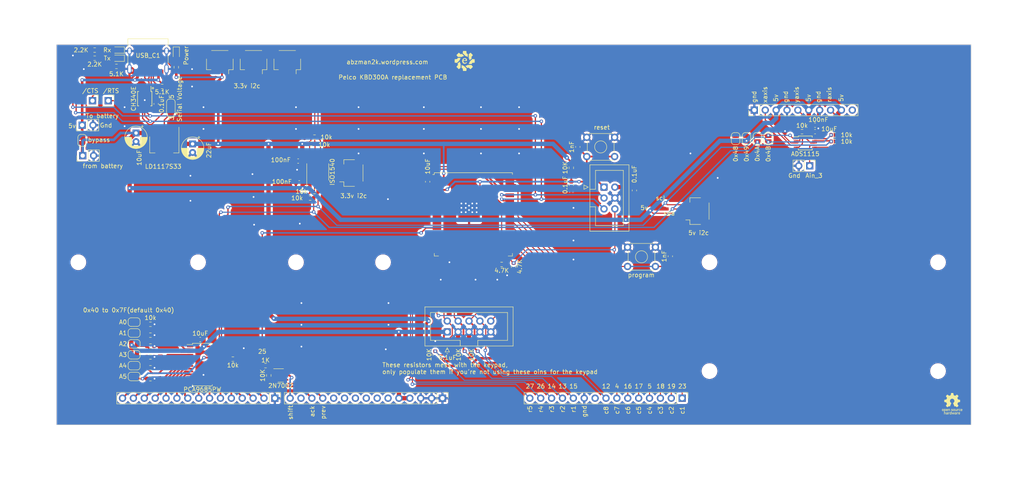
<source format=kicad_pcb>
(kicad_pcb (version 20221018) (generator pcbnew)
  (layers (0 "F.Cu" signal) (31 "B.Cu" signal) (34 "B.Paste" user) (35 "F.Paste" user) (36 "B.SilkS" user "B.Silkscreen") (37 "F.SilkS" user "F.Silkscreen") (38 "B.Mask" user) (39 "F.Mask" user) (44 "Edge.Cuts" user))
  (net 0 "")
  (net 1 "+5V")
  (net 2 "GND")
  (net 3 "/ESP_EN")
  (net 4 "+3V3")
  (net 5 "Net-(U3-V3)")
  (net 6 "/ESP_IO14")
  (net 7 "/ESP_IO13")
  (net 8 "/ESP_IO15")
  (net 9 "/ESP_IO12")
  (net 10 "/ESP_IO1")
  (net 11 "/ESP_IO3")
  (net 12 "/ESP_IO0")
  (net 13 "/ESP_IO21")
  (net 14 "/ESP_IO22")
  (net 15 "Net-(D1-A)")
  (net 16 "Net-(D2-A)")
  (net 17 "Net-(D3-A)")
  (net 18 "xaxis")
  (net 19 "yaxis")
  (net 20 "raxis")
  (net 22 "Net-(J5-Pin_2)")
  (net 23 "Net-(J5-Pin_3)")
  (net 24 "Net-(J5-Pin_4)")
  (net 25 "Net-(J5-Pin_5)")
  (net 26 "Net-(J5-Pin_6)")
  (net 27 "Net-(J5-Pin_7)")
  (net 28 "Net-(J5-Pin_8)")
  (net 29 "Net-(J5-Pin_9)")
  (net 30 "Net-(J5-Pin_10)")
  (net 31 "Net-(J5-Pin_11)")
  (net 32 "Net-(J5-Pin_12)")
  (net 33 "Net-(J5-Pin_13)")
  (net 34 "Net-(J5-Pin_14)")
  (net 35 "Net-(J5-Pin_15)")
  (net 36 "spare analog in")
  (net 38 "/sda_5v")
  (net 39 "/scl_5v")
  (net 43 "VCC")
  (net 45 "/ESP_IO2")
  (net 46 "/ESP_IO36")
  (net 47 "/ESP_IO39")
  (net 48 "/ESP_IO34")
  (net 49 "/ESP_IO35")
  (net 50 "/ESP_IO32")
  (net 51 "/ESP_IO33")
  (net 52 "/ESP_IO25")
  (net 53 "/ESP_IO26")
  (net 54 "/ESP_IO27")
  (net 56 "Net-(J7-Pin_12)")
  (net 57 "Net-(J7-Pin_13)")
  (net 59 "Net-(J7-Pin_15)")
  (net 61 "/ESP_IO4")
  (net 62 "/ESP_IO16")
  (net 63 "/ESP_IO17")
  (net 64 "/ESP_IO5")
  (net 65 "/ESP_IO18")
  (net 66 "/ESP_IO19")
  (net 67 "Net-(JP1-A)")
  (net 68 "/ESP_IO23")
  (net 69 "Net-(JP5-B)")
  (net 70 "Net-(JP6-B)")
  (net 71 "Net-(JP7-B)")
  (net 72 "Net-(JP8-B)")
  (net 73 "Net-(JP9-B)")
  (net 74 "Net-(JP10-B)")
  (net 75 "Net-(Q1-G)")
  (net 76 "Net-(U4-ALERT{slash}RDY)")
  (net 77 "Net-(U6-~{OE})")
  (net 78 "Net-(USB_C1-CC1)")
  (net 79 "Net-(USB_C1-CC2)")
  (net 87 "D+")
  (net 88 "D-")
  (net 89 "Net-(J17-Pin_1)")
  (net 90 "Net-(J6-Pin_1)")
  (net 92 "Net-(JP11-C)")
  (footprint "Jumper:SolderJumper-3_P1.3mm_Bridged12_RoundedPad1.0x1.5mm" (layer "F.Cu") (at 26.67 14.762 90)
    (fp_text reference "JP11" hide)
    (fp_text value "Serial Voltage")
  )
  (footprint "Resistor_SMD:R_0603_1608Metric" (layer "F.Cu") (at 173.99 20.32 180)
    (fp_text reference "R8" hide)
    (fp_text value "10k")
  )
  (footprint "Resistor_SMD:R_0603_1608Metric" (layer "F.Cu") (at 21.907 77.978)
    (fp_text reference "R21" hide)
    (fp_text value "10k")
  )
  (footprint "Capacitor_SMD:C_0603_1608Metric" (layer "F.Cu") (at 23.241 13.843 90)
    (fp_text reference "C13" hide)
    (fp_text value "0.1uF")
  )
  (footprint "Evan's misc parts:Evan Logo" (layer "F.Cu") (at 95.25 3.81)
    (fp_text reference "G***" hide)
    (fp_text value "LOGO" hide)
  )
  (footprint "Package_SO:MSOP-10_3x3mm_P0.5mm" (layer "F.Cu") (at 20.574 12.614 -90)
    (fp_text reference "U3" hide)
    (fp_text value "CH340E")
  )
  (footprint "Jumper:SolderJumper-2_P1.3mm_Open_RoundedPad1.0x1.5mm" (layer "F.Cu") (at 18.097 72.39)
    (fp_text reference "JP8" hide)
    (fp_text value "Jumper_2_Open")
  )
  (footprint "Resistor_SMD:R_0603_1608Metric" (layer "F.Cu") (at 120.142 28.756 -90)
    (fp_text reference "R1" hide)
    (fp_text value "10K")
  )
  (footprint "Connector_JST:JST_SH_SM04B-SRSS-TB_1x04-1MP_P1.00mm_Horizontal" (layer "F.Cu") (at 149.606 38.862 90)
    (fp_text reference "J16" hide)
    (fp_text value "qwiic")
  )
  (footprint "Connector_PinHeader_2.54mm:PinHeader_1x15_P2.54mm_Vertical" (layer "F.Cu") (at 146.02 82.53 -90)
    (fp_text reference "J4" hide)
    (fp_text value "Conn_01x15")
  )
  (footprint "MountingHole:MountingHole_3.2mm_M3" (layer "F.Cu") (at 205.74 76.2)
    (fp_text reference "REF**" hide)
    (fp_text value "MountingHole_3.2mm_M3")
  )
  (footprint "Package_TO_SOT_SMD:SOT-23" (layer "F.Cu") (at 52.324 77.216)
    (fp_text reference "Q1" hide)
    (fp_text value "2N7002")
  )
  (footprint "Capacitor_SMD:C_0603_1608Metric" (layer "F.Cu") (at 177.038 20.32)
    (fp_text reference "C7" hide)
    (fp_text value "10uF")
  )
  (footprint "Capacitor_SMD:C_0603_1608Metric" (layer "F.Cu") (at 120.142 32.766 -90)
    (fp_text reference "C3" hide)
    (fp_text value "0.1uF")
  )
  (footprint "MountingHole:MountingHole_3.2mm_M3" (layer "F.Cu") (at 152.4 76.2)
    (fp_text reference "REF**" hide)
    (fp_text value "MountingHole_3.2mm_M3")
  )
  (footprint "Capacitor_SMD:C_0603_1608Metric" (layer "F.Cu") (at 33.528 68.834 180)
    (fp_text reference "C12" hide)
    (fp_text value "10uF")
  )
  (footprint "Capacitor_SMD:C_0603_1608Metric" (layer "F.Cu") (at 143.256 49.403 -90)
    (fp_text reference "C14" hide)
    (fp_text value "1nF")
  )
  (footprint "Resistor_SMD:R_0603_1608Metric" (layer "F.Cu") (at 21.907 72.898)
    (fp_text reference "R18" hide)
    (fp_text value "10k")
  )
  (footprint "Capacitor_THT:CP_Radial_D5.0mm_P2.00mm" (layer "F.Cu") (at 18.542 20.634888 -90)
    (fp_text reference "C4" hide)
    (fp_text value "10uF")
  )
  (footprint "Connector_PinSocket_2.54mm:PinSocket_1x01_P2.54mm_Vertical" (layer "F.Cu") (at 12.065 13.081)
    (fp_text reference "J17" hide)
    (fp_text value "/RTS")
  )
  (footprint "Capacitor_THT:CP_Radial_D5.0mm_P2.00mm" (layer "F.Cu") (at 31.75 23.174887 -90)
    (fp_text reference "C5" hide)
    (fp_text value "22uF")
  )
  (footprint "Capacitor_SMD:C_0603_1608Metric" (layer "F.Cu") (at 134.874 34.036 -90)
    (fp_text reference "C6" hide)
    (fp_text value "0.1uF")
  )
  (footprint "Resistor_SMD:R_0603_1608Metric" (layer "F.Cu") (at 8.89 3.175)
    (fp_text reference "R26" hide)
    (fp_text value "2.2K")
  )
  (footprint "Connector_PinHeader_2.54mm:PinHeader_1x02_P2.54mm_Vertical" (layer "F.Cu") (at 175.773 28.29448 -90)
    (fp_text reference "J11" hide)
    (fp_text value "Conn_01x02")
  )
  (footprint "Resistor_SMD:R_0603_1608Metric" (layer "F.Cu") (at 88.392 72.39 -90)
    (fp_text reference "R2" hide)
    (fp_text value "10K")
  )
  (footprint "Connector_PinHeader_2.54mm:PinHeader_1x02_P2.54mm_Vertical" (layer "F.Cu") (at 5.964 18.796 90)
    (fp_text reference "J12" hide)
    (fp_text value "from connector")
  )
  (footprint "Connector_JST:JST_SH_SM04B-SRSS-TB_1x04-1MP_P1.00mm_Horizontal" (layer "F.Cu") (at 38.1 4.064 180)
    (fp_text reference "J10" hide)
    (fp_text value "qwiic")
  )
  (footprint "Capacitor_SMD:C_0603_1608Metric" (layer "F.Cu") (at 177.038 18.796)
    (fp_text reference "C9" hide)
    (fp_text value "100nF")
  )
  (footprint "Resistor_SMD:R_0603_1608Metric" (layer "F.Cu") (at 21.907 67.818)
    (fp_text reference "R14" hide)
    (fp_text value "10k")
  )
  (footprint "Resistor_SMD:R_0603_1608Metric" (layer "F.Cu") (at 24.638 9.779)
    (fp_text reference "R24" hide)
    (fp_text value "5.1K")
  )
  (footprint "Package_SO:SOIC-8_3.9x4.9mm_P1.27mm" (layer "F.Cu") (at 60.96 29.718 90)
    (fp_text reference "U5" hide)
    (fp_text value "ISO1540")
  )
  (footprint "RF_Module:ESP32-WROOM-32U" (layer "F.Cu") (at 97.282 39.624)
    (fp_text reference "U1" hide)
    (fp_text value "ESP32-WROOM-32U")
  )
  (footprint "Jumper:SolderJumper-2_P1.3mm_Open_RoundedPad1.0x1.5mm" (layer "F.Cu") (at 18.097 74.93)
    (fp_text reference "JP9" hide)
    (fp_text value "Jumper_2_Open")
  )
  (footprint "Resistor_SMD:R_0603_1608Metric" (layer "F.Cu") (at 21.907 75.438)
    (fp_text reference "R20" hide)
    (fp_text value "10k")
  )
  (footprint "LED_SMD:LED_0603_1608Metric" (layer "F.Cu") (at 14.351 3.175 180)
    (fp_text reference "D2" hide)
    (fp_text value "Tx")
  )
  (footprint "Resistor_SMD:R_0603_1608Metric" (layer "F.Cu") (at 59.436 23.114 180)
    (fp_text reference "R16" hide)
    (fp_text value "10k")
  )
  (footprint "Resistor_SMD:R_0603_1608Metric" (layer "F.Cu") (at 181.61 21.082 180)
    (fp_text reference "R9" hide)
    (fp_text value "10k")
  )
  (footprint "Resistor_SMD:R_0603_1608Metric" (layer "F.Cu") (at 41.148 73.406)
    (fp_text reference "R19" hide)
    (fp_text value "10k")
  )
  (footprint "Connector_PinSocket_2.54mm:PinSocket_1x01_P2.54mm_Vertical" (layer "F.Cu") (at 8.382 13.081)
    (fp_text reference "J6" hide)
    (fp_text value "/CTS")
  )
  (footprint "MountingHole:MountingHole_3.2mm_M3" (layer "F.Cu") (at 205.74 50.8)
    (fp_text reference "REF**" hide)
    (fp_text value "MountingHole_3.2mm_M3")
  )
  (footprint "Resistor_SMD:R_0603_1608Metric" (layer "F.Cu") (at 103.886 51.308)
    (fp_text reference "R3" hide)
    (fp_text value "4.7K")
  )
  (footprint "Jumper:SolderJumper-2_P1.3mm_Open_RoundedPad1.0x1.5mm" (layer "F.Cu") (at 163.576 21.94448 -90)
    (fp_text reference "JP2" hide)
    (fp_text value "Jumper_2_Open")
  )
  (footprint "Resistor_SMD:R_0603_1608Metric" (layer "F.Cu") (at 95.25 72.39 -90)
    (fp_text reference "R5" hide)
    (fp_text value "10K")
  )
  (footprint "Connector_PinHeader_2.54mm:PinHeader_1x10_P2.54mm_Vertical" (layer "F.Cu") (at 162.87 15.28 90)
    (fp_text reference "J9" hide)
    (fp_text value "Conn_01x10")
  )
  (footprint "MountingHole:MountingHole_3.2mm_M3" (layer "F.Cu") (at 5.08 50.8)
    (fp_text reference "REF**" hide)
    (fp_text value "MountingHole_3.2mm_M3")
  )
  (footprint "Capacitor_SMD:C_0603_1608Metric" (layer "F.Cu") (at 121.666 23.876 -90)
    (fp_text reference "C2" hide)
    (fp_text value "1nF")
  )
  (footprint "Resistor_SMD:R_0603_1608Metric" (layer "F.Cu") (at 21.907 70.358)
    (fp_text reference "R17" hide)
    (fp_text value "10k")
  )
  (footprint "Resistor_SMD:R_0603_1608Metric" (layer "F.Cu") (at 181.61 22.606 180)
    (fp_text reference "R10" hide)
    (fp_text value "10k")
  )
  (footprint "Resistor_SMD:R_0603_1608Metric" (layer "F.Cu") (at 106.68 51.816 90)
    (fp_text reference "R7" hide)
    (fp_text value "4.7K")
  )
  (footprint "Package_SO:TSSOP-28_4.4x9.7mm_P0.65mm" (layer "F.Cu") (at 34.036 74.676)
    (fp_text reference "U6" hide)
    (fp_text value "PCA9685PW")
  )
  (footprint "Package_SO:TSSOP-10_3x3mm_P0.5mm" (layer "F.Cu") (at 174.752 22.96048)
    (fp_text reference "U4" hide)
    (fp_text value "ADS1115")
  )
  (footprint "Connector_JST:JST_SH_SM04B-SRSS-TB_1x04-1MP_P1.00mm_Horizontal" (layer "F.Cu") (at 45.974 4.064 180)
    (fp_text reference "J8" hide)
    (fp_text value "qwiic")
  )
  (footprint "Evan's misc parts:OSHW gear" (layer "F.Cu") (at 209.042 83.82)
    (fp_text reference "G***" hide)
    (fp_text value "LOGO" hide)
  )
  (footprint "Capacitor_SMD:C_0603_1608Metric" (layer "F.Cu") (at 56.388 27.178 180)
    (fp_text reference "C10" hide)
    (fp_text value "100nF")
  )
  (footprint "Capacitor_SMD:C_0603_1608Metric" (layer "F.Cu") (at 56.642 32.258 180)
    (fp_text reference "C8" hide)
    (fp_text value "100nF")
  )
  (footprint "Jumper:SolderJumper-2_P1.3mm_Open_RoundedPad1.0x1.5mm" (layer "F.Cu") (at 18.097 64.77)
    (fp_text reference "JP5" hide)
    (fp_text value "Jumper_2_Open")
  )
  (footprint "Connector_PinHeader_2.54mm:PinHeader_1x15_P2.54mm_Vertical" (layer "F.Cu") (at 90.07 82.53 -90)
    (fp_text reference "J7" hide)
    (fp_text value "Conn_01x15")
  )
  (footprint "Connector_PinHeader_2.54mm:PinHeader_1x02_P2.54mm_Vertical" (layer "F.Cu") (at 6.096 25.908 90)
    (fp_text reference "J14" hide)
    (fp_text value "to rest of device")
  )
  (footprint "LED_SMD:LED_0603_1608Metric" (layer "F.Cu") (at 27.94 2.032 -90)
    (fp_text reference "D1" hide)
    (fp_text value "Power")
  )
  (footprint "Connector_IDC:IDC-Header_2x03_P2.54mm_Vertical" (layer "F.Cu") (at 127.7715 33.269)
    (fp_text reference "J2" hide)
    (fp_text value "Conn_02x03_Odd_Even")
  )
  (footprint "Package_TO_SOT_SMD:SOT-223-3_TabPin2" (layer "F.Cu") (at 25.146 23.368 -90)
    (fp_text reference "U2" hide)
    (fp_text value "LD1117S33")
  )
  (footprint "Jumper:SolderJumper-2_P1.3mm_Open_RoundedPad1.0x1.5mm" (layer "F.Cu") (at 18.097 77.47)
    (fp_text reference "JP10" hide)
    (fp_text value "Jumper_2_Open")
  )
  (footprint "Jumper:SolderJumper-2_P1.3mm_Open_RoundedPad1.0x1.5mm" (layer "F.Cu") (at 161.036 21.94448 -90)
    (fp_text reference "JP3" hide)
    (fp_text value "Jumper_2_Open")
  )
  (footprint "Jumper:SolderJumper-2_P1.3mm_Open_RoundedPad1.0x1.5mm" (layer "F.Cu") (at 18.097 67.31)
    (fp_text reference "JP6" hide)
    (fp_text value "Jumper_2_Open")
  )
  (footprint "Connector_JST:JST_SH_SM04B-SRSS-TB_1x04-1MP_P1.00mm_Horizontal" (layer "F.Cu") (at 68.834 29.972 90)
    (fp_text reference "J15" hide)
    (fp_text value "qwiic")
  )
  (footprint "Capacitor_SMD:C_0603_1608Metric" (layer "F.Cu") (at 91.186 71.628)
    (fp_text reference "C1" hide)
    (fp_text value "0.1uF")
  )
  (footprint "Connector_JST:JST_SH_SM04B-SRSS-TB_1x04-1MP_P1.00mm_Horizontal" (layer "F.Cu") (at 53.848 4.064 180)
    (fp_text reference "J3" hide)
    (fp_text value "qwiic")
  )
  (footprint "LED_SMD:LED_0603_1608Metric" (layer "F.Cu") (at 14.351 1.27 180)
    (fp_text reference "D3" hide)
    (fp_text value "Rx")
  )
  (footprint "Connector_IDC:IDC-Header_2x05_P2.54mm_Vertical" (layer "F.Cu") (at 91.186 67.056 90)
    (fp_text reference "J1" hide)
    (fp_text value "Conn_02x05_Odd_Even")
  )
  (footprint "Resistor_SMD:R_0603_1608Metric" (layer "F.Cu") (at 21.907 65.278)
    (fp_text reference "R13" hide)
    (fp_text value "10k")
  )
  (footprint "MountingHole:MountingHole_3.2mm_M3" (layer "F.Cu") (at 33.02 50.8)
    (fp_text reference "REF**" hide)
    (fp_text value "MountingHole_3.2mm_M3")
  )
  (footprint "Resistor_SMD:R_0603_1608Metric" (layer "F.Cu") (at 48.768 74.93)
    (fp_text reference "R22" hide)
    (fp_text value "1K")
  )
  (footprint "Jumper:SolderJumper-2_P1.3mm_Bridged_RoundedPad1.0x1.5mm" (layer "F.Cu") (at 5.969 22.352 90)
    (fp_text reference "J13" hide)
    (fp_text value "battery bypass")
  )
  (footprint "MountingHole:MountingHole_3.2mm_M3" (layer "F.Cu") (at 152.4 50.8)
    (fp_text reference "REF**" hide)
    (fp_text value "MountingHole_3.2mm_M3")
  )
  (footprint "Resistor_SMD:R_0603_1608Metric" (layer "F.Cu") (at 59.182 35.814 180)
    (fp_text reference "R12" hide)
    (fp_text value "10k")
  )
  (footprint "Resistor_SMD:R_0603_1608Metric" (layer "F.Cu") (at 13.97 5.08 180)
    (fp_text reference "R25" hide)
    (fp_text value "5.1K")
  )
  (footprint "Connector_USB:USB_C_Receptacle_HRO_TYPE-C-31-M-12" (layer "F.Cu") (at 21.336 2.54 180)
    (fp_text reference "USB_C1")
    (fp_text value "TYPE-C-31-M-12")
  )
  (footprint "Jumper:SolderJumper-2_P1.3mm_Open_RoundedPad1.0x1.5mm" (layer "F.Cu") (at 166.116 21.94448 -90)
    (fp_text reference "JP1" hide)
    (fp_text value "Jumper_2_Open")
  )
  (footprint "MountingHole:MountingHole_3.2mm_M3" (layer "F.Cu") (at 55.88 50.8)
    (fp_text reference "REF**" hide)
    (fp_text value "MountingHole_3.2mm_M3")
  )
  (footprint "Resistor_SMD:R_0603_1608Metric" (layer "F.Cu") (at 49.53 77.216 -90)
    (fp_text reference "R23" hide)
    (fp_text value "10K")
  )
  (footprint "MountingHole:MountingHole_3.2mm_M3" (layer "F.Cu") (at 76.2 50.8)
    (fp_text reference "REF**" hide)
    (fp_text value "MountingHole_3.2mm_M3")
  )
  (footprint "Resistor_SMD:R_0603_1608Metric" (layer "F.Cu") (at 98.298 72.39 -90)
    (fp_text reference "R6" hide)
    (fp_text value "10K")
  )
  (footprint "Jumper:SolderJumper-2_P1.3mm_Open_RoundedPad1.0x1.5mm" (layer "F.Cu") (at 18.097 69.85)
    (fp_text reference "JP7" hide)
    (fp_text value "Jumper_2_Open")
  )
  (footprint "Button_Switch_THT:SW_TH_Tactile_Omron_B3F-10xx" (layer "F.Cu") (at 123.75 21.626)
    (fp_text reference "SW1" hide)
    (fp_text value "reset")
  )
  (footprint "Connector_PinHeader_2.54mm:PinHeader_1x15_P2.54mm_Vertical" (layer "F.Cu") (at 50.95 82.53 -90)
    (fp_text reference "J5" hide)
    (fp_text value "Conn_01x15")
  )
  (footprint "Button_Switch_THT:SW_TH_Tactile_Omron_B3F-10xx" (layer "F.Cu") (at 133.275 47.28)
    (fp_text reference "SW2" hide)
    (fp_text value "program")
  )
  (footprint "Jumper:SolderJumper-2_P1.3mm_Open_RoundedPad1.0x1.5mm" (layer "F.Cu") (at 158.496 21.94448 -90)
    (fp_text reference "JP4" hide)
    (fp_text value "Jumper_2_Open")
  )
  (footprint "Resistor_SMD:R_0603_1608Metric" (layer "F.Cu") (at 60.198 34.29 180)
    (fp_text reference "R11" hide)
    (fp_text value "10k")
  )
  (footprint "Capacitor_SMD:C_0603_1608Metric" (layer "F.Cu") (at 86.614 32.004 90)
    (fp_text reference "C11" hide)
    (fp_text value "10uF")
  )
  (footprint "Resistor_SMD:R_0603_1608Metric" (layer "F.Cu") (at 60.198 21.59 180)
    (fp_text reference "R15" hide)
    (fp_text value "10k")
  )
  (footprint "Resistor_SMD:R_0603_1608Metric" (layer "F.Cu") (at 27.94 5.271 90)
    (fp_text reference "R4" hide)
    (fp_text value "2.2K")
  )
  (footprint "Resistor_SMD:R_0603_1608Metric" (layer "F.Cu") (at 8.89 1.27 180)
    (fp_text reference "R27" hide)
    (fp_text value "2.2K")
  )
  (gr_circle (center 22.479 10.16) (end 22.606 10.287) (stroke (width 0.15)) (fill none) (layer "F.SilkS"))
  (gr_line (start 213.44 0) (end 213.44 88.74) (stroke (width 0.1)) (layer "Edge.Cuts"))
  (gr_line (start 213.44 88.74) (end 0 88.74) (stroke (width 0.1)) (layer "Edge.Cuts"))
  (gr_line (start 0 0) (end 213.44 0) (stroke (width 0.1)) (layer "Edge.Cuts"))
  (gr_line (start 0 0) (end 0 88.74) (stroke (width 0.1)) (layer "Edge.Cuts"))
  (gr_text "0x4B" (at 166.116 25.50048 90) (layer "F.SilkS") (effects (font (size 1 1))))
  (gr_text "c8" (at 128.27 85.344 90) (layer "F.SilkS") (effects (font (size 1 1))))
  (gr_text "0x49" (at 161.036 25.50048 90) (layer "F.SilkS") (effects (font (size 1 1))))
  (gr_text "A3" (at 15.494 72.39) (layer "F.SilkS") (effects (font (size 1 1))))
  (gr_text "c3" (at 140.97 85.344 90) (layer "F.SilkS") (effects (font (size 1 1))))
  (gr_text "3.3v i2c" (at 44.45 9.652) (layer "F.SilkS") (effects (font (size 1 1))))
  (gr_text "r1" (at 120.65 85.09 90) (layer "F.SilkS") (effects (font (size 1 1))))
  (gr_text "raxis" (at 180.34 11.684 90) (layer "F.SilkS") (effects (font (size 1 1))))
  (gr_text "gnd" (at 177.8 12.192 90) (layer "F.SilkS") (effects (font (size 1 1))))
  (gr_text "ack" (at 59.69 85.598 90) (layer "F.SilkS") (effects (font (size 1 1))))
  (gr_text "A4" (at 15.494 74.93) (layer "F.SilkS") (effects (font (size 1 1))))
  (gr_text "c4" (at 138.43 85.344 90) (layer "F.SilkS") (effects (font (size 1 1))))
  (gr_text "5" (at 27.432 12.7 90) (layer "F.SilkS") (effects (font (size 1 1)) (justify left bottom)))
  (gr_text "c7" (at 130.81 85.344 90) (layer "F.SilkS") (effects (font (size 1 1))))
  (gr_text "5v" (at 183.134 12.446 90) (layer "F.SilkS") (effects (font (size 1 1))))
  (gr_text "A1" (at 15.494 67.31) (layer "F.SilkS") (effects (font (size 1 1))))
  (gr_text "5v" (at 167.894 12.446 90) (layer "F.SilkS") (effects (font (size 1 1))))
  (gr_text "c5" (at 135.89 85.344 90) (layer "F.SilkS") (effects (font (size 1 1))))
  (gr_text "0x48" (at 158.496 25.50048 90) (layer "F.SilkS") (effects (font (size 1 1))))
  (gr_text "gnd" (at 170.18 12.192 90) (layer "F.SilkS") (effects (font (size 1 1))))
  (gr_text "15" (at 120.65 79.756) (layer "F.SilkS") (effects (font (size 1 1))))
  (gr_text "r4" (at 113.03 85.09 90) (layer "F.SilkS") (effects (font (size 1 1))))
  (gr_text "12" (at 128.27 79.756) (layer "F.SilkS") (effects (font (size 1 1))))
  (gr_text "18" (at 140.97 79.756) (layer "F.SilkS") (effects (font (size 1 1))))
  (gr_text "26" (at 113.03 79.756) (layer "F.SilkS") (effects (font (size 1 1))))
  (gr_text "Ain_3" (at 176.784 30.58048) (layer "F.SilkS") (effects (font (size 1 1))))
  (gr_text "19" (at 143.51 79.756) (layer "F.SilkS") (effects (font (size 1 1))))
  (gr_text "xaxis" (at 165.354 11.684 90) (layer "F.SilkS") (effects (font (size 1 1))))
  (gr_text "scl" (at 140.97 35.814) (layer "F.SilkS") (effects (font (size 1 1))))
  (gr_text "14" (at 115.57 79.756) (layer "F.SilkS") (effects (font (size 1 1))))
  (gr_text "Gnd" (at 10.033 19.431) (layer "F.SilkS") (effects (font (size 1 1)) (justify left bottom)))
  (gr_text "r2" (at 118.11 85.09 90) (layer "F.SilkS") (effects (font (size 1 1))))
  (gr_text "Gnd" (at 172.212 30.58048) (layer "F.SilkS") (effects (font (size 1 1))))
  (gr_text "5" (at 138.43 79.756) (layer "F.SilkS") (effects (font (size 1 1))))
  (gr_text "c2" (at 143.51 85.344 90) (layer "F.SilkS") (effects (font (size 1 1))))
  (gr_text "abzman2k.wordpress.com" (at 77.216 4.064) (layer "F.SilkS") (effects (font (size 1 1))))
  (gr_text "4" (at 130.81 79.756) (layer "F.SilkS") (effects (font (size 1 1))))
  (gr_text "bypass" (at 9.906 22.225) (layer "F.SilkS") (effects (font (size 1 1))))
  (gr_text "3.3v i2c" (at 69.342 35.306) (layer "F.SilkS") (effects (font (size 1 1))))
  (gr_text "16" (at 133.35 79.756) (layer "F.SilkS") (effects (font (size 1 1))))
  (gr_text "sda" (at 143.002 39.37) (layer "F.SilkS") (effects (font (size 1 1))))
  (gr_text "5v" (at 137.16 38.1) (layer "F.SilkS") (effects (font (size 1 1))))
  (gr_text "0x40 to 0x7F(default 0x40)" (at 6.096 61.976) (layer "F.SilkS") (effects (font (size 1 1)) (justify left)))
  (gr_text "17" (at 135.89 79.756) (layer "F.SilkS") (effects (font (size 1 1))))
  (gr_text "A2" (at 15.494 69.85) (layer "F.SilkS") (effects (font (size 1 1))))
  (gr_text "0x4A" (at 163.576 25.50048 90) (layer "F.SilkS") (effects (font (size 1 1))))
  (gr_text "yaxis" (at 172.72 11.684 90) (layer "F.SilkS") (effects (font (size 1 1))))
  (gr_text "prev" (at 62.23 85.852 90) (layer "F.SilkS") (effects (font (size 1 1))))
  (gr_text "27" (at 110.49 79.756) (layer "F.SilkS") (effects (font (size 1 1))))
  (gr_text "shift" (at 54.61 85.852 90) (layer "F.SilkS") (effects (font (size 1 1))))
  (gr_text "To battery" (at 10.668 16.637) (layer "F.SilkS") (effects (font (size 1 1))))
  (gr_text "3" (at 27.432 17.78 90) (layer "F.SilkS") (effects (font (size 1 1)) (justify left bottom)))
  (gr_text "A0" (at 15.494 64.77) (layer "F.SilkS") (effects (font (size 1 1))))
  (gr_text "5v" (at 175.514 12.446 90) (layer "F.SilkS") (effects (font (size 1 1))))
  (gr_text "A5" (at 15.494 77.47) (layer "F.SilkS") (effects (font (size 1 1))))
  (gr_text "gnd" (at 123.19 85.598 90) (layer "F.SilkS") (effects (font (size 1 1))))
  (gr_text "25" (at 48.006 71.628) (layer "F.SilkS") (effects (font (size 1 1))))
  (gr_text "gnd" (at 162.814 12.192 90) (layer "F.SilkS") (effects (font (size 1 1))))
  (gr_text "5v" (at 2.667 19.558) (layer "F.SilkS") (effects (font (size 1 1)) (justify left bottom)))
  (gr_text "5v i2c" (at 149.86 43.942) (layer "F.SilkS") (effects (font (size 1 1))))
  (gr_text "c1" (at 146.05 85.344 90) (layer "F.SilkS") (effects (font (size 1 1))))
  (gr_text "Pelco KBD300A replacement PCB" (at 78.486 7.62) (layer "F.SilkS") (effects (font (size 1 1))))
  (gr_text "23" (at 146.05 79.756) (layer "F.SilkS") (effects (font (size 1 1))))
  (gr_text "from battery" (at 10.795 28.321) (layer "F.SilkS") (effects (font (size 1 1))))
  (gr_text "13" (at 118.11 79.756) (layer "F.SilkS") (effects (font (size 1 1))))
  (gr_text "r3" (at 115.57 85.09 90) (layer "F.SilkS") (effects (font (size 1 1))))
  (gr_text "reset" (at 127.254 19.304) (layer "F.SilkS") (effects (font (size 1 1))))
  (gr_text "c6" (at 133.35 85.344 90) (layer "F.SilkS") (effects (font (size 1 1))))
  (gr_text "r5" (at 110.49 85.09 90) (layer "F.SilkS") (effects (font (size 1 1))))
  (gr_text "These resistors mess with the keypad, \nonly populate them if you're not using these oins for the keypad" (at 75.946 76.962) (layer "F.SilkS") (effects (font (size 1 1)) (justify left bottom)))
  (segment (start 34.303 70.371) (end 34.383 70.451) (width 1) (layer "F.Cu") (net 1))
  (segment (start 5.969 25.781) (end 6.096 25.908) (width 0.6) (layer "F.Cu") (net 1))
  (segment (start 134.866 33.269) (end 134.874 33.261) (width 0.4) (layer "F.Cu") (net 1))
  (segment (start 17.042489 64.365489) (end 17.447 64.77) (width 1) (layer "F.Cu") (net 1))
  (segment (start 17.447 67.31) (end 17.447 69.85) (width 1) (layer "F.Cu") (net 1))
  (segment (start 176.027978 22.96048) (end 174.815 21.747502) (width 0.3) (layer "F.Cu") (net 1))
  (segment (start 18.42137 20.634888) (end 17.042489 22.013769) (width 1) (layer "F.Cu") (net 1))
  (segment (start 58.357 35.814) (end 58.357 35.306) (width 0.3) (layer "F.Cu") (net 1))
  (segment (start 22.429112 20.634888) (end 22.846 20.218) (width 1) (layer "F.Cu") (net 1))
  (segment (start 57.428489 33.503511) (end 57.428489 32.269489) (width 1) (layer "F.Cu") (net 1))
  (segment (start 17.447 69.85) (end 17.447 72.39) (width 1) (layer "F.Cu") (net 1))
  (segment (start 132.847 33.269) (end 134.866 33.269) (width 0.4) (layer "F.Cu") (net 1))
  (segment (start 79.91 82.53) (end 79.91 67.083) (width 1) (layer "F.Cu") (net 1))
  (segment (start 57.428489 32.269489) (end 57.417 32.258) (width 1) (layer "F.Cu") (net 1))
  (segment (start 175.57 15.28) (end 175.57 18.103) (width 1) (layer "F.Cu") (net 1))
  (segment (start 132.847 33.269) (end 132.847 40.889) (width 1) (layer "F.Cu") (net 1))
  (segment (start 174.815 21.747502) (end 174.815 20.32) (width 0.3) (layer "F.Cu") (net 1))
  (segment (start 5.969 23.002) (end 5.969 25.781) (width 0.6) (layer "F.Cu") (net 1))
  (segment (start 176.263 20.32) (end 174.915 20.32) (width 1) (layer "F.Cu") (net 1))
  (segment (start 176.902 22.96048) (end 176.027978 22.96048) (width 0.3) (layer "F.Cu") (net 1))
  (segment (start 18.542 20.634888) (end 18.42137 20.634888) (width 1) (layer "F.Cu") (net 1))
  (segment (start 59.373 32.511) (end 59.055 32.193) (width 0.3) (layer "F.Cu") (net 1))
  (segment (start 17.447 64.77) (end 17.447 67.31) (width 1) (layer "F.Cu") (net 1))
  (segment (start 182.435 16.035) (end 183.19 15.28) (width 1) (layer "F.Cu") (net 1))
  (segment (start 57.417 32.258) (end 58.674 32.258) (width 1) (layer "F.Cu") (net 1))
  (segment (start 34.383 70.451) (end 36.8985 70.451) (width 0.4) (layer "F.Cu") (net 1))
  (segment (start 59.373 34.29) (end 59.373 32.511) (width 0.3) (layer "F.Cu") (net 1))
  (segment (start 90.411 67.831) (end 90.411 71.628) (width 0.4) (layer "F.Cu") (net 1))
  (segment (start 18.542 20.634888) (end 22.429112 20.634888) (width 1) (layer "F.Cu") (net 1))
  (segment (start 182.435 21.082) (end 182.435 16.035) (width 1) (layer "F.Cu") (net 1))
  (segment (start 132.847 33.269) (end 130.3115 33.269) (width 1) (layer "F.Cu") (net 1))
  (segment (start 34.303 68.834) (end 34.303 70.371) (width 1) (layer "F.Cu") (net 1))
  (segment (start 182.435 22.352) (end 182.435 21.082) (width 1) (layer "F.Cu") (net 1))
  (segment (start 17.042489 33.503511) (end 17.042489 64.365489) (width 1) (layer "F.Cu") (net 1))
  (segment (start 176.263 18.796) (end 176.263 20.32) (width 1) (layer "F.Cu") (net 1))
  (segment (start 175.57 18.103) (end 176.263 18.796) (width 1) (layer "F.Cu") (net 1))
  (segment (start 147.606 39.362) (end 139.184 39.362) (width 0.25) (layer "F.Cu") (net 1))
  (segment (start 17.042489 22.013769) (end 17.042489 33.503511) (width 1) (layer "F.Cu") (net 1))
  (segment (start 17.447 74.93) (end 17.447 72.39) (width 1) (layer "F.Cu") (net 1))
  (segment (start 58.357 35.306) (end 59.373 34.29) (width 0.3) (layer "F.Cu") (net 1))
  (segment (start 139.184 39.362) (end 138.557 38.735) (width 0.25) (layer "F.Cu") (net 1))
  (segment (start 91.186 67.056) (end 90.411 67.831) (width 0.4) (layer "F.Cu") (net 1))
  (segment (start 17.447 77.47) (end 17.447 74.93) (width 1) (layer "F.Cu") (net 1))
  (segment (start 82.45 82.53) (end 79.91 82.53) (width 1) (layer "F.Cu") (net 1))
  (via (at 34.383 70.451) (size 0.8) (drill 0.4) (layers "F.Cu" "B.Cu") (net 1))
  (via (at 79.883 67.056) (size 0.8) (drill 0.4) (layers "F.Cu" "B.Cu") (net 1))
  (via (at 17.042489 33.503511) (size 0.8) (drill 0.4) (layers "F.Cu" "B.Cu") (net 1))
  (via (at 132.842 40.894) (size 0.8) (drill 0.4) (layers "F.Cu" "B.Cu") (net 1))
  (via (at 17.526 70.104) (size 0.8) (drill 0.4) (layers "F.Cu" "B.Cu") (net 1))
  (via (at 138.557 38.735) (size 0.8) (drill 0.4) (layers "F.Cu" "B.Cu") (net 1))
  (via (at 161.036 22.45248) (size 0.8) (drill 0.4) (layers "F.Cu" "B.Cu") (net 1))
  (via (at 57.428489 33.503511) (size 0.8) (drill 0.4) (layers "F.Cu" "B.Cu") (net 1))
  (segment (start 6.096 22.479) (end 6.096 25.908) (width 0.6) (layer "B.Cu") (net 1))
  (segment (start 17.526 70.104) (end 18.879511 71.457511) (width 1) (layer "B.Cu") (net 1))
  (segment (start 57.428489 33.503511) (end 58.903511 33.503511) (width 1) (layer "B.Cu") (net 1))
  (segment (start 169.499511 13.730489) (end 174.020489 13.730489) (width 1) (layer "B.Cu") (net 1))
  (segment (start 14.925112 20.634888) (end 13.335 22.225) (width 0.6) (layer "B.Cu") (net 1))
  (segment (start 181.640489 13.730489) (end 183.19 15.28) (width 1) (layer "B.Cu") (net 1))
  (segment (start 165.20048 18.288) (end 166.878 18.288) (width 1) (layer "B.Cu") (net 1))
  (segment (start 177.119511 13.730489) (end 181.640489 13.730489) (width 1) (layer "B.Cu") (net 1))
  (segment (start 66.294 40.894) (end 132.842 40.894) (width 1) (layer "B.Cu") (net 1))
  (segment (start 175.57 15.28) (end 177.119511 13.730489) (width 1) (layer "B.Cu") (net 1))
  (segment (start 136.398 40.894) (end 138.557 38.735) (width 1) (layer "B.Cu") (net 1))
  (segment (start 161.036 22.45248) (end 165.20048 18.288) (width 1) (layer "B.Cu") (net 1))
  (segment (start 33.376489 71.457511) (end 34.002 70.832) (width 1) (layer "B.Cu") (net 1))
  (segment (start 167.95 17.216) (end 167.95 15.28) (width 1) (layer "B.Cu") (net 1))
  (segment (start 18.879511 71.457511) (end 33.376489 71.457511) (width 1) (layer "B.Cu") (net 1))
  (segment (start 58.903511 33.503511) (end 66.294 40.894) (width 1) (layer "B.Cu") (net 1))
  (segment (start 17.042489 33.503511) (end 57.428489 33.503511) (width 1) (layer "B.Cu") (net 1))
  (segment (start 166.878 18.288) (end 167.95 17.216) (width 1) (layer "B.Cu") (net 1))
  (segment (start 154.83952 22.45248) (end 161.036 22.45248) (width 1) (layer "B.Cu") (net 1))
  (segment (start 174.020489 13.730489) (end 175.57 15.28) (width 1) (layer "B.Cu") (net 1))
  (segment (start 6.35 22.225) (end 6.096 22.479) (width 0.6) (layer "B.Cu") (net 1))
  (segment (start 13.335 22.225) (end 6.35 22.225) (width 0.6) (layer "B.Cu") (net 1))
  (segment (start 132.842 40.894) (end 136.398 40.894) (width 1) (layer "B.Cu") (net 1))
  (segment (start 34.002 70.832) (end 34.383 70.451) (width 1) (layer "B.Cu") (net 1))
  (segment (start 167.95 15.28) (end 169.499511 13.730489) (width 1) (layer "B.Cu") (net 1))
  (segment (start 138.557 38.735) (end 154.83952 22.45248) (width 1) (layer "B.Cu") (net 1))
  (segment (start 18.542 20.634888) (end 14.925112 20.634888) (width 0.6) (layer "B.Cu") (net 1))
  (segment (start 91.186 67.056) (end 79.883 67.056) (width 1) (layer "B.Cu") (net 1))
  (segment (start 37.778 67.056) (end 34.002 70.832) (width 1) (layer "B.Cu") (net 1))
  (segment (start 79.883 67.056) (end 37.778 67.056) (width 1) (layer "B.Cu") (net 1))
  (segment (start 18.086 5.876016) (end 17.670984 5.461) (width 0.4) (layer "F.Cu") (net 2))
  (segment (start 172.602 22.96048) (end 171.45 22.96048) (width 0.25) (layer "F.Cu") (net 2))
  (segment (start 19.764 13.764) (end 16.716 13.764) (width 0.3) (layer "F.Cu") (net 2))
  (segment (start 20.574 10.414) (end 20.574 12.954) (width 0.3) (layer "F.Cu") (net 2))
  (segment (start 32.753 70.093114) (end 32.753 68.834) (width 0.4) (layer "F.Cu") (net 2))
  (segment (start 18.086 7.314) (end 17.5895 7.8105) (width 0.4) (layer "F.Cu") (net 2))
  (segment (start 93.726 67.056) (end 93.726 69.596) (width 1) (layer "F.Cu") (net 2))
  (segment (start 169.926 20.27848) (end 170.03224 20.17224) (width 0.25) (layer "F.Cu") (net 2))
  (segment (start 20.574 12.954) (end 19.764 13.764) (width 0.3) (layer "F.Cu") (net 2))
  (segment (start 169.926 21.43648) (end 169.926 20.27848) (width 0.25) (layer "F.Cu") (net 2))
  (segment (start 177.813 15.577) (end 178.11 15.28) (width 0.6) (layer "F.Cu") (net 2))
  (segment (start 35.060886 72.401) (end 32.753 70.093114) (width 0.4) (layer "F.Cu") (net 2))
  (segment (start 20.688 13.068) (end 20.574 12.954) (width 0.3) (layer "F.Cu") (net 2))
  (segment (start 20.539384 9.329384) (end 18.981384 9.329384) (width 0.3) (layer "F.Cu") (net 2))
  (segment (start 36.8985 72.401) (end 38.343 72.401) (width 0.4) (layer "F.Cu") (net 2))
  (segment (start 17.225 5.461) (end 17.016 5.67) (width 0.4) (layer "F.Cu") (net 2))
  (segment (start 36.8985 72.401) (end 35.060886 72.401) (width 0.4) (layer "F.Cu") (net 2))
  (segment (start 24.586 6.585) (end 24.638 6.637) (width 0.4) (layer "F.Cu") (net 2))
  (segment (start 92.01052 71.31148) (end 92.01052 71.628) (width 1) (layer "F.Cu") (net 2))
  (segment (start 18.086 6.585) (end 18.086 7.314) (width 0.4) (layer "F.Cu") (net 2))
  (segment (start 170.49 18.09) (end 170.49 15.28) (width 0.25) (layer "F.Cu") (net 2))
  (segment (start 17.5895 7.8105) (end 17.2085 7.8105) (width 0.4) (layer "F.Cu") (net 2))
  (segment (start 25.656 7.491) (end 25.656 5.67) (width 0.4) (layer "F.Cu") (net 2))
  (segment (start 93.726 69.596) (end 92.01052 71.31148) (width 1) (layer "F.Cu") (net 2))
  (segment (start 177.813 18.796) (end 177.813 15.577) (width 0.6) (layer "F.Cu") (net 2))
  (segment (start 171.45 22.96048) (end 169.926 21.43648) (width 0.25) (layer "F.Cu") (net 2))
  (segment (start 18.086 6.585) (end 18.086 5.876016) (width 0.4) (layer "F.Cu") (net 2))
  (segment (start 170.49 19.71448) (end 170.49 18.09) (width 0.3) (layer "F.Cu") (net 2))
  (segment (start 24.638 6.637) (end 24.638 7.747) (width 0.4) (layer "F.Cu") (net 2))
  (segment (start 170.03224 20.17224) (end 170.49 19.71448) (width 0.25) (layer "F.Cu") (net 2))
  (segment (start 20.574 9.364) (end 20.539384 9.329384) (width 0.3) (layer "F.Cu") (net 2))
  (segment (start 18.981384 9.329384) (end 18.023768 10.287) (width 0.3) (layer "F.Cu") (net 2))
  (segment (start 25.4 7.747) (end 25.656 7.491) (width 0.4) (layer "F.Cu") (net 2))
  (segment (start 16.716 13.764) (end 15.875 14.605) (width 0.3) (layer "F.Cu") (net 2))
  (segment (start 24.638 7.747) (end 25.4 7.747) (width 0.4) (layer "F.Cu") (net 2))
  (segment (start 23.241 13.068) (end 20.688 13.068) (width 0.3) (layer "F.Cu") (net 2))
  (segment (start 17.670984 5.461) (end 17.225 5.461) (width 0.4) (layer "F.Cu") (net 2))
  (segment (start 17.2085 7.8105) (end 17.016 7.618) (width 0.4) (layer "F.Cu") (net 2))
  (segment (start 20.574 10.414) (end 20.574 9.364) (width 0.3) (layer "F.Cu") (net 2))
  (segment (start 96.266 67.056) (end 96.266 69.85) (width 1) (layer "F.Cu") (net 2))
  (via (at 57.15 60.325) (size 0.8) (drill 0.4) (layers "F.Cu" "B.Cu") (net 2))
  (via (at 120.65 45.72) (size 0.8) (drill 0.4) (layers "F.Cu" "B.Cu") (net 2))
  (via (at 99.06 19.685) (size 0.8) (drill 0.4) (layers "F.Cu" "B.Cu") (net 2))
  (via (at 22.86 75.438) (size 0.8) (drill 0.4) (layers "F.Cu" "B.Cu") (net 2))
  (via (at 56.769 41.783) (size 0.8) (drill 0.4) (layers "F.Cu" "B.Cu") (net 2))
  (via (at 97.79 54.864) (size 0.8) (drill 0.4) (layers "F.Cu" "B.Cu") (net 2))
  (via (at 20.574 12.954) (size 0.8) (drill 0.4) (layers "F.Cu" "B.Cu") (net 2))
  (via (at 22.86 77.978) (size 0.8) (drill 0.4) (layers "F.Cu" "B.Cu") (net 2))
  (via (at 34.29 19.685) (size 0.8) (drill 0.4) (layers "F.Cu" "B.Cu") (net 2))
  (via (at 99.06 25.4) (size 0.8) (drill 0.4) (layers "F.Cu" "B.Cu") (net 2))
  (via (at 105.156 53.848) (size 0.8) (drill 0.4) (layers "F.Cu" "B.Cu") (net 2))
  (via (at 55.88 14.605) (size 0.8) (drill 0.4) (layers "F.Cu" "B.Cu") (net 2))
  (via (at 57.15 65.405) (size 0.8) (drill 0.4) (layers "F.Cu" "B.Cu") (net 2))
  (via (at 34.29 77.089) (size 0.8) (drill 0.4) (layers "F.Cu" "B.Cu") (net 2))
  (via (at 107.95 14.605) (size 0.8) (drill 0.4) (layers "F.Cu" "B.Cu") (net 2))
  (via (at 31.623 5.715) (size 0.8) (drill 0.4) (layers "F.Cu" "B.Cu") (net 2))
  (via (at 94.488 38.1) (size 0.8) (drill 0.4) (layers "F.Cu" "B.Cu") (net 2))
  (via (at 45.72 30.226) (size 0.8) (drill 0.4) (layers "F.Cu" "B.Cu") (net 2))
  (via (at 97.028 37.084) (size 0.8) (drill 0.4) (layers "F.Cu" "B.Cu") (net 2))
  (via (at 77.47 60.325) (size 0.8) (drill 0.4) (layers "F.Cu" "B.Cu") (net 2))
  (via (at 177.8 19.558) (size 0.8) (drill 0.4) (layers "F.Cu" "B.Cu") (net 2))
  (via (at 45.974 35.56) (size 0.8) (drill 0.4) (layers "F.Cu" "B.Cu") (net 2))
  (via (at 56.134 29.21) (size 0.8) (drill 0.4) (layers "F.Cu" "B.Cu") (net 2))
  (via (at 98.044 37.084) (size 0.8) (drill 0.4) (layers "F.Cu" "B.Cu") (net 2))
  (via (at 98.044 39.116) (size 0.8) (drill 0.4) (layers "F.Cu" "B.Cu") (net 2))
  (via (at 99.06 14.605) (size 0.8) (drill 0.4) (layers "F.Cu" "B.Cu") (net 2))
  (via (at 91.694 50.8) (size 0.8) (drill 0.4) (layers "F.Cu" "B.Cu") (net 2))
  (via (at 22.86 70.358) (size 0.8) (drill 0.4) (layers "F.Cu" "B.Cu") (net 2))
  (via (at 89.662 54.864) (size 0.8) (drill 0.4) (layers "F.Cu" "B.Cu") (net 2))
  (via (at 34.29 14.605) (size 0.8) (drill 0.4) (layers "F.Cu" "B.Cu") (net 2))
  (via (at 95.504 39.116) (size 0.8) (drill 0.4) (layers "F.Cu" "B.Cu") (net 2))
  (via (at 77.343 36.068) (size 0.8) (drill 0.4) (layers "F.Cu" "B.Cu") (net 2))
  (via (at 147.955 25.4) (size 0.8) (drill 0.4) (layers "F.Cu" "B.Cu") (net 2))
  (via (at 76.835 71.12) (size 0.8) (drill 0.4) (layers "F.Cu" "B.Cu") (net 2))
  (via (at 3.81 2.54) (size 0.8) (drill 0.4) (layers "F.Cu" "B.Cu") (net 2))
  (via (at 15.875 14.605) (size 0.8) (drill 0.4) (layers "F.Cu" "B.Cu") (net 2))
  (via (at 95.504 37.084) (size 0.8) (drill 0.4) (layers "F.Cu" "B.Cu") (net 2))
  (via (at 120.65 50.165) (size 0.8) (drill 0.4) (layers "F.Cu" "B.Cu") (net 2))
  (via (at 120.65 38.1) (size 0.8) (drill 0.4) (layers "F.Cu" "B.Cu") (net 2))
  (via (at 170.03224 20.17224) (size 0.8) (drill 0.4) (layers "F.Cu" "B.Cu") (net 2))
  (via (at 31.75 79.756) (size 0.8) (drill 0.4) (layers "F.Cu" "B.Cu") (net 2))
  (via (at 46.101 42.037) (size 0.8) (drill 0.4) (layers "F.Cu" "B.Cu") (net 2))
  (via (at 31.242 36.449) (size 0.8) (drill 0.4) (layers "F.Cu" "B.Cu") (net 2))
  (via (at 107.95 25.4) (size 0.8) (drill 0.4) (layers "F.Cu" "B.Cu") (net 2))
  (via (at 43.688 70.866) (size 0.8) (drill 0.4) (layers "F.Cu" "B.Cu") (net 2))
  (via (at 96.266 38.608) (size 0.8) (drill 0.4) (layers "F.Cu" "B.Cu") (net 2))
  (via (at 85.725 25.4) (size 0.8) (drill 0.4) (layers "F.Cu" "B.Cu") (net 2))
  (via (at 22.86 72.898) (size 0.8) (drill 0.4) (layers "F.Cu" "B.Cu") (net 2))
  (via (at 31.242 30.607) (size 0.8) (drill 0.4) (layers "F.Cu" "B.Cu") (net 2))
  (via (at 70.485 19.685) (size 0.8) (drill 0.4) (layers "F.Cu" "B.Cu") (net 2))
  (via (at 94.488 39.116) (size 0.8) (drill 0.4) (layers "F.Cu" "B.Cu") (net 2))
  (via (at 22.86 67.818) (size 0.8) (drill 0.4) (layers "F.Cu" "B.Cu") (net 2))
  (via (at 55.88 19.685) (size 0.8) (drill 0.4) (layers "F.Cu" "B.Cu") (net 2))
  (via (at 6.35 5.715) (size 0.8) (drill 0.4) (layers "F.Cu" "B.Cu") (net 2))
  (via (at 85.725 19.685) (size 0.8) (drill 0.4) (layers "F.Cu" "B.Cu") (net 2))
  (via (at 70.485 14.605) (size 0.8) (drill 0.4) (layers "F.Cu" "B.Cu") (net 2))
  (via (at 94.488 37.084) (size 0.8) (drill 0.4) (layers "F.Cu" "B.Cu") (net 2))
  (via (at 88.392 69.215) (size 0.8) (drill 0.4) (layers "F.Cu" "B.Cu") (net 2))
  (via (at 77.47 65.405) (size 0.8) (drill 0.4) (layers "F.Cu" "B.Cu") (net 2))
  (via (at 85.725 14.605) (size 0.8) (drill 0.4) (layers "F.Cu" "B.Cu") (net 2))
  (via (at 98.044 38.1) (size 0.8) (drill 0.4) (layers "F.Cu" "B.Cu") (net 2))
  (via (at 97.028 39.116) (size 0.8) (drill 0.4) (layers "F.Cu" "B.Cu") (net 2))
  (via (at 154.305 31.115) (size 0.8) (drill 0.4) (layers "F.Cu" "B.Cu") (net 2))
  (via (at 22.86 65.278) (size 0.8) (drill 0.4) (layers "F.Cu" "B.Cu") (net 2))
  (via (at 15.875 19.05) (size 0.8) (drill 0.4) (layers "F.Cu" "B.Cu") (net 2))
  (via (at 97.028 38.1) (size 0.8) (drill 0.4) (layers "F.Cu" "B.Cu") (net 2))
  (via (at 102.87 54.864) (size 0.8) (drill 0.4) (layers "F.Cu" "B.Cu") (net 2))
  (via (at 96.266 37.592) (size 0.8) (drill 0.4) (layers "F.Cu" "B.Cu") (net 2))
  (via (at 31.623 9.779) (size 0.8) (drill 0.4) (layers "F.Cu" "B.Cu") (net 2))
  (via (at 107.95 19.685) (size 0.8) (drill 0.4) (layers "F.Cu" "B.Cu") (net 2))
  (via (at 95.504 38.1) (size 0.8) (drill 0.4) (layers "F.Cu" "B.Cu") (net 2))
  (via (at 57.15 70.485) (size 0.8) (drill 0.4) (layers "F.Cu" "B.Cu") (net 2))
  (via (at 70.485 25.4) (size 0.8) (drill 0.4) (layers "F.Cu" "B.Cu") (net 2))
  (segment (start 127.7715 33.269) (end 126.4935 31.991) (width 0.4) (layer "F.Cu") (net 3))
  (segment (start 122.275 24.651) (end 123.75 26.126) (width 0.4) (layer "F.Cu") (net 3))
  (segment (start 126.4935 31.991) (end 124.447 31.991) (width 0.4) (layer "F.Cu") (net 3))
  (segment (start 120.142 31.991) (end 120.142 29.581) (width 0.4) (layer "F.Cu") (net 3))
  (segment (start 103.886 48.514) (end 103.886 61.976) (width 0.25) (layer "F.Cu") (net 3))
  (segment (start 123.75 31.294) (end 124.447 31.991) (width 0.4) (layer "F.Cu") (net 3))
  (segment (start 88.782 33.909) (end 91.059 33.909) (width 0.4) (layer "F.Cu") (net 3))
  (segment (start 103.886 61.976) (end 101.346 64.516) (width 0.25) (layer "F.Cu") (net 3))
  (segment (start 121.933 31.991) (end 120.142 31.991) (width 0.4) (layer "F.Cu") (net 3))
  (segment (start 98.819 33.033) (end 98.819 31.991) (width 0.25) (layer "F.Cu") (net 3))
  (segment (start 121.666 24.651) (end 122.275 24.651) (width 0.4) (layer "F.Cu") (net 3))
  (segment (start 103.886 38.1) (end 98.819 33.033) (width 0.25) (layer "F.Cu") (net 3))
  (segment (start 91.059 33.909) (end 91.186 33.782) (width 0.4) (layer "F.Cu") (net 3))
  (segment (start 103.886 48.514) (end 103.886 38.1) (width 0.25) (layer "F.Cu") (net 3))
  (segment (start 124.447 31.991) (end 121.933 31.991) (width 0.4) (layer "F.Cu") (net 3))
  (segment (start 123.75 26.126) (end 123.75 31.294) (width 0.4) (layer "F.Cu") (net 3))
  (segment (start 123.75 26.126) (end 130.25 26.126) (width 0.4) (layer "F.Cu") (net 3))
  (via (at 98.819 31.991) (size 0.8) (drill 0.4) (layers "F.Cu" "B.Cu") (net 3))
  (via (at 91.186 33.782) (size 0.8) (drill 0.4) (layers "F.Cu" "B.Cu") (net 3))
  (via (at 121.933 31.991) (size 0.8) (drill 0.4) (layers "F.Cu" "B.Cu") (net 3))
  (segment (start 121.933 31.991) (end 98.819 31.991) (width 0.4) (layer "B.Cu") (net 3))
  (segment (start 98.819 31.991) (end 92.977 31.991) (width 0.4) (layer "B.Cu") (net 3))
  (segment (start 92.977 31.991) (end 91.186 33.782) (width 0.4) (layer "B.Cu") (net 3))
  (segment (start 53.60096 7.61304) (end 54.348 6.866) (width 0.25) (layer "F.Cu") (net 4))
  (segment (start 88.782 32.639) (end 86.754 32.639) (width 0.4) (layer "F.Cu") (net 4))
  (segment (start 25.206887 23.174887) (end 25.146 23.114) (width 1) (layer "F.Cu") (net 4))
  (segment (start 47.89048 4.96448) (end 50.539041 7.61304) (width 0.25) (layer "F.Cu") (net 4))
  (segment (start 49.469113 62.677113) (end 50.673 63.881) (width 1) (layer "F.Cu") (net 4))
  (segment (start 46.482 6.072) (end 46.474 6.064) (width 0.25) (layer "F.Cu") (net 4))
  (segment (start 106.68 52.641) (end 106.68 68.58) (width 0.6) (layer "F.Cu") (net 4))
  (segment (start 37.7445 16.383) (end 37.7445 8.4835) (width 0.6) (layer "F.Cu") (net 4))
  (segment (start 39.253448 4.96448) (end 39.946552 4.96448) (width 0.25) (layer "F.Cu") (net 4))
  (segment (start 25.146 20.218) (end 25.146 23.114) (width 1) (layer "F.Cu") (net 4))
  (segment (start 57.343113 23.174887) (end 57.343113 26.997887) (width 1) (layer "F.Cu") (net 4))
  (segment (start 25.146 20.218) (end 25.146 17.586) (width 0.3) (layer "F.Cu") (net 4))
  (segment (start 86.36 65.024) (end 86.868 64.516) (width 0.6) (layer "F.Cu") (net 4))
  (segment (start 88.782 32.639) (end 89.761022 32.639) (width 0.4) (layer "F.Cu") (net 4))
  (segment (start 38.6 6.064) (end 38.6 5.617928) (width 0.25) (layer "F.Cu") (net 4))
  (segment (start 27.834082 6.096) (end 27.94 6.096) (width 0.3) (layer "F.Cu") (net 4))
  (segment (start 57.343113 26.997887) (end 57.163 27.178) (width 1) (layer "F.Cu") (net 4))
  (segment (start 102.045 73.215) (end 98.298 73.215) (width 0.6) (layer "F.Cu") (net 4))
  (segment (start 24.913082 3.175) (end 27.834082 6.096) (width 0.3) (layer "F.Cu") (net 4))
  (segment (start 37.7445 8.4835) (end 38.6 7.628) (width 0.6) (layer "F.Cu") (net 4))
  (segment (start 47.127448 4.96448) (end 47.89048 4.96448) (width 0.25) (layer "F.Cu") (net 4))
  (segment (start 27.94 6.096) (end 27.94 7.62) (width 0.6) (layer "F.Cu") (net 4))
  (segment (start 15.1385 3.175) (end 24.913082 3.175) (width 0.3) (layer "F.Cu") (net 4))
  (segment (start 98.298 73.215) (end 96.52 74.993) (width 0.6) (layer "F.Cu") (net 4))
  (segment (start 59.055 29.829) (end 59.055 27.243) (width 0.25) (layer "F.Cu") (net 4))
  (segment (start 89.761022 32.639) (end 90.363113 32.036909) (width 0.4) (layer "F.Cu") (net 4))
  (segment (start 86.36 71.183) (end 86.36 65.024) (width 0.6) (layer "F.Cu") (net 4))
  (segment (start 59.055 23.558) (end 58.611 23.114) (width 0.25) (layer "F.Cu") (net 4))
  (segment (start 66.834 30.472) (end 59.698 30.472) (width 0.25) (layer "F.Cu") (net 4))
  (segment (start 90.17 74.993) (end 88.392 73.215) (width 0.6) (layer "F.Cu") (net 4))
  (segment (start 59.373 22.352) (end 58.611 23.114) (width 0.25) (layer "F.Cu") (net 4))
  (segment (start 90.363113 32.036909) (end 90.363113 30.032887) (width 0.4) (layer "F.Cu") (net 4))
  (segment (start 59.055 27.243) (end 59.055 23.558) (width 0.25) (layer "F.Cu") (net 4))
  (segment (start 25.146 23.114) (end 25.146 26.518) (width 1) (layer "F.Cu") (net 4))
  (segment (start 46.482 7.112) (end 46.482 6.072) (width 0.25) (layer "F.Cu") (net 4))
  (segment (start 37.7445 17.907) (end 37.7445 23.0885) (width 0.6) (layer "F.Cu") (net 4))
  (segment (start 38.6 5.617928) (end 39.253448 4.96448) (width 0.25) (layer "F.Cu") (net 4))
  (segment (start 50.539041 7.61304) (end 53.60096 7.61304) (width 0.25) (layer "F.Cu") (net 4))
  (segment (start 15.1385 1.27) (end 15.1385 3.175) (width 0.3) (layer "F.Cu") (net 4))
  (segment (start 37.7445 17.907) (end 37.7445 16.383) (width 0.6) (layer "F.Cu") (net 4))
  (segment (start 25.146 17.586) (end 26.67 16.062) (width 0.3) (layer "F.Cu") (net 4))
  (segment (start 39.946552 4.96448) (end 42.64636 7.664286) (width 0.25) (layer "F.Cu") (net 4))
  (segment (start 106.68 68.58) (end 102.045 73.215) (width 0.6) (layer "F.Cu") (net 4))
  (segment (start 54.348 6.866) (end 54.348 6.064) (width 0.25) (layer "F.Cu") (net 4))
  (segment (start 38.6 6.064) (end 38.6 7.628) (width 0.4) (layer "F.Cu") (net 4))
  (segment (start 59.698 30.472) (end 59.055 29.829) (width 0.25) (layer "F.Cu") (net 4))
  (segment (start 120.142 27.432) (end 119.126 26.416) (width 0.4) (layer "F.Cu") (net 4))
  (segment (start 46.474 5.617928) (end 47.127448 4.96448) (width 0.25) (layer "F.Cu") (net 4))
  (segment (start 31.75 23.174887) (end 25.206887 23.174887) (width 1) (layer "F.Cu") (net 4))
  (segment (start 57.163 27.178) (end 58.674 27.178) (width 1) (layer "F.Cu") (net 4))
  (segment (start 120.142 27.931) (end 120.142 27.432) (width 0.4) (layer "F.Cu") (net 4))
  (segment (start 37.7445 23.0885) (end 37.719 23.114) (width 0.6) (layer "F.Cu") (net 4))
  (segment (start 42.64636 7.664286) (end 45.929714 7.664286) (width 0.25) (layer "F.Cu") (net 4))
  (segment (start 49.469113 23.174887) (end 49.469113 62.677113) (width 1) (layer "F.Cu") (net 4))
  (segment (start 86.754 32.639) (end 86.614 32.779) (width 0.4) (layer "F.Cu") (net 4))
  (segment (start 88.392 73.215) (end 86.36 71.183) (width 0.6) (layer "F.Cu") (net 4))
  (segment (start 45.929714 7.664286) (end 46.482 7.112) (width 0.25) (layer "F.Cu") (net 4))
  (segment (start 59.373 21.844) (end 59.373 22.352) (width 0.25) (layer "F.Cu") (net 4))
  (segment (start 46.474 6.064) (end 46.474 5.617928) (width 0.25) (layer "F.Cu") (net 4))
  (segment (start 96.52 74.993) (end 90.17 74.993) (width 0.6) (layer "F.Cu") (net 4))
  (via (at 119.126 26.416) (size 0.8) (drill 0.4) (layers "F.Cu" "B.Cu") (net 4))
  (via (at 50.673 63.881) (size 0.8) (drill 0.4) (layers "F.Cu" "B.Cu") (net 4))
  (via (at 86.868 64.516) (size 0.8) (drill 0.4) (layers "F.Cu" "B.Cu") (net 4))
  (via (at 57.343113 23.174887) (size 0.8) (drill 0.4) (layers "F.Cu" "B.Cu") (net 4))
  (via (at 49.469113 23.174887) (size 0.8) (drill 0.4) (layers "F.Cu" "B.Cu") (net 4))
  (via (at 27.94 7.62) (size 0.8) (drill 0.4) (layers "F.Cu" "B.Cu") (net 4))
  (via (at 90.363113 30.032887) (size 0.8) (drill 0.4) (layers "F.Cu" "B.Cu") (net 4))
  (via (at 37.719 23.114) (size 0.8) (drill 0.4) (layers "F.Cu" "B.Cu") (net 4))
  (via (at 38.6 7.628) (size 0.8) (drill 0.4) (layers "F.Cu" "B.Cu") (net 4))
  (segment (start 49.469113 23.174887) (end 57.343113 23.174887) (width 1) (layer "B.Cu") (net 4))
  (segment (start 115.884887 23.174887) (end 119.126 26.416) (width 1) (layer "B.Cu") (net 4))
  (segment (start 86.868 64.516) (end 86.36 64.008) (width 1) (layer "B.Cu") (net 4))
  (segment (start 50.8 64.008) (end 50.673 63.881) (width 1) (layer "B.Cu") (net 4))
  (segment (start 86.36 64.008) (end 50.8 64.008) (width 1) (layer "B.Cu") (net 4))
  (segment (start 57.343113 23.174887) (end 58.359113 23.174887) (width 1) (layer "B.Cu") (net 4))
  (segment (start 90.363113 30.032887) (end 90.363113 23.174887) (width 0.4) (layer "B.Cu") (net 4))
  (segment (start 69.281113 23.174887) (end 90.363113 23.174887) (width 1) (layer "B.Cu") (net 4))
  (segment (start 31.75 23.174887) (end 49.469113 23.174887) (width 1) (layer "B.Cu") (net 4))
  (segment (start 38.592 7.62) (end 27.94 7.62) (width 0.4) (layer "B.Cu") (net 4))
  (segment (start 90.363113 23.174887) (end 115.884887 23.174887) (width 1) (layer "B.Cu") (net 4))
  (segment (start 38.6 7.628) (end 38.592 7.62) (width 0.4) (layer "B.Cu") (net 4))
  (segment (start 58.359113 23.174887) (end 69.281113 23.174887) (width 1) (layer "B.Cu") (net 4))
  (segment (start 21.574 14.814) (end 23.045 14.814) (width 0.3) (layer "F.Cu") (net 5))
  (segment (start 23.045 14.814) (end 23.241 14.618) (width 0.3) (layer "F.Cu") (net 5))
  (segment (start 88.392 71.565) (end 89.25452 72.42752) (width 0.25) (layer "F.Cu") (net 6))
  (segment (start 90.424 47.001) (end 90.424 63.754) (width 0.25) (layer "F.Cu") (net 6))
  (segment (start 88.782 46.609) (end 90.032 46.609) (width 0.25) (layer "F.Cu") (net 6))
  (segment (start 92.36052 67.893973) (end 92.36052 65.69052) (width 0.25) (layer "F.Cu") (net 6))
  (segment (start 90.424 63.754) (end 91.186 64.516) (width 0.25) (layer "F.Cu") (net 6))
  (segment (start 92.36052 65.69052) (end 91.186 64.516) (width 0.25) (layer "F.Cu") (net 6))
  (segment (start 91.186 69.068493) (end 92.36052 67.893973) (width 0.25) (layer "F.Cu") (net 6))
  (segment (start 91.186 72.39) (end 91.186 69.068493) (width 0.25) (layer "F.Cu") (net 6))
  (segment (start 89.25452 72.42752) (end 91.14848 72.42752) (width 0.25) (layer "F.Cu") (net 6))
  (segment (start 91.14848 72.42752) (end 91.186 72.39) (width 0.25) (layer "F.Cu") (net 6))
  (segment (start 90.032 46.609) (end 90.424 47.001) (width 0.25) (layer "F.Cu") (net 6))
  (via (at 88.392 71.565) (size 0.8) (drill 0.4) (layers "F.Cu" "B.Cu") (net 6))
  (segment (start 95.17596 78.34896) (end 111.35896 78.34896) (width 0.25) (layer "B.Cu") (net 6))
  (segment (start 88.392 71.565) (end 95.17596 78.34896) (width 0.25) (layer "B.Cu") (net 6))
  (segment (start 111.35896 78.34896) (end 115.54 82.53) (width 0.25) (layer "B.Cu") (net 6))
  (segment (start 94.975511 71.290511) (end 94.975511 65.765511) (width 0.4) (layer "F.Cu") (net 7))
  (segment (start 95.25 71.565) (end 94.975511 71.290511) (width 0.4) (layer "F.Cu") (net 7))
  (segment (start 94.975511 65.765511) (end 93.726 64.516) (width 0.4) (layer "F.Cu") (net 7))
  (segment (start 92.837 48.879) (end 92.837 63.627) (width 0.25) (layer "F.Cu") (net 7))
  (segment (start 92.837 63.627) (end 93.726 64.516) (width 0.25) (layer "F.Cu") (net 7))
  (via (at 95.25 71.565) (size 0.8) (drill 0.4) (layers "F.Cu" "B.Cu") (net 7))
  (segment (start 118.08 82.53) (end 113.44944 77.89944) (width 0.25) (layer "B.Cu") (net 7))
  (segment (start 113.44944 77.89944) (end 101.58444 77.89944) (width 0.25) (layer "B.Cu") (net 7))
  (segment (start 101.58444 77.89944) (end 95.25 71.565) (width 0.25) (layer "B.Cu") (net 7))
  (segment (start 97.556489 70.823489) (end 97.556489 65.806489) (width 0.4) (layer "F.Cu") (net 8))
  (segment (start 101.727 59.055) (end 96.266 64.516) (width 0.25) (layer "F.Cu") (net 8))
  (segment (start 98.298 71.565) (end 97.556489 70.823489) (width 0.4) (layer "F.Cu") (net 8))
  (segment (start 97.556489 65.806489) (end 96.266 64.516) (width 0.4) (layer "F.Cu") (net 8))
  (segment (start 101.727 48.879) (end 101.727 59.055) (width 0.25) (layer "F.Cu") (net 8))
  (via (at 98.298 71.565) (size 0.8) (drill 0.4) (layers "F.Cu" "B.Cu") (net 8))
  (segment (start 104.18292 77.44992) (end 98.298 71.565) (width 0.25) (layer "B.Cu") (net 8))
  (segment (start 120.62 82.53) (end 115.53992 77.44992) (width 0.25) (layer "B.Cu") (net 8))
  (segment (start 115.53992 77.44992) (end 104.18292 77.44992) (width 0.25) (layer "B.Cu") (net 8))
  (segment (start 88.782 62.874) (end 89.154 63.246) (width 0.25) (layer "F.Cu") (net 9))
  (segment (start 98.806 64.516) (end 100.171489 65.881489) (width 0.25) (layer "F.Cu") (net 9))
  (segment (start 100.171489 71.278511) (end 100.076 71.374) (width 0.25) (layer "F.Cu") (net 9))
  (segment (start 88.782 47.879) (end 88.782 62.874) (width 0.25) (layer "F.Cu") (net 9))
  (segment (start 100.171489 65.881489) (end 100.171489 71.278511) (width 0.25) (layer "F.Cu") (net 9))
  (via (at 89.154 63.246) (size 0.8) (drill 0.4) (layers "F.Cu" "B.Cu") (net 9))
  (via (at 100.076 71.374) (size 0.8) (drill 0.4) (layers "F.Cu" "B.Cu") (net 9))
  (segment (start 128.24 82.53) (end 122.7104 77.0004) (width 0.25) (layer "B.Cu") (net 9))
  (segment (start 122.7104 77.0004) (end 104.369118 77.0004) (width 0.25) (layer "B.Cu") (net 9))
  (segment (start 98.806 64.516) (end 97.536 63.246) (width 0.25) (layer "B.Cu") (net 9))
  (segment (start 100.076 72.707282) (end 100.076 71.374) (width 0.25) (layer "B.Cu") (net 9))
  (segment (start 104.369118 77.0004) (end 100.076 72.707282) (width 0.25) (layer "B.Cu") (net 9))
  (segment (start 97.536 63.246) (end 89.154 63.246) (width 0.25) (layer "B.Cu") (net 9))
  (segment (start 3.81 14.605) (end 3.81 5.007894) (width 0.3) (layer "F.Cu") (net 10))
  (segment (start 105.782 35.179) (end 104.013 35.179) (width 0.3) (layer "F.Cu") (net 10))
  (segment (start 7.547894 1.27) (end 8.065 1.27) (width 0.3) (layer "F.Cu") (net 10))
  (segment (start 21.074 15.867) (end 21.844 16.637) (width 0.3) (layer "F.Cu") (net 10))
  (segment (start 104.013 35.179) (end 103.886 35.052) (width 0.3) (layer "F.Cu") (net 10))
  (segment (start 111.76 16.637) (end 111.76 35.052) (width 0.3) (layer "F.Cu") (net 10))
  (segment (start 3.81 5.007894) (end 7.547894 1.27) (width 0.3) (layer "F.Cu") (net 10))
  (segment (start 21.074 14.814) (end 21.074 15.867) (width 0.3) (layer "F.Cu") (net 10))
  (via (at 3.81 14.605) (size 0.8) (drill 0.4) (layers "F.Cu" "B.Cu") (net 10))
  (via (at 111.76 16.637) (size 0.8) (drill 0.4) (layers "F.Cu" "B.Cu") (net 10))
  (via (at 111.76 35.052) (size 0.8) (drill 0.4) (layers "F.Cu" "B.Cu") (net 10))
  (via (at 21.844 16.637) (size 0.8) (drill 0.4) (layers "F.Cu" "B.Cu") (net 10))
  (via (at 103.886 35.052) (size 0.8) (drill 0.4) (layers "F.Cu" "B.Cu") (net 10))
  (segment (start 21.844 16.637) (end 15.367 16.637) (width 0.3) (layer "B.Cu") (net 10))
  (segment (start 21.844 16.637) (end 31.242 16.637) (width 0.3) (layer "B.Cu") (net 10))
  (segment (start 13.335 14.605) (end 3.81 14.605) (width 0.3) (layer "B.Cu") (net 10))
  (segment (start 31.242 16.637) (end 111.76 16.637) (width 0.3) (layer "B.Cu") (net 10))
  (segment (start 127.0145 35.052) (end 127.7715 35.809) (width 0.3) (layer "B.Cu") (net 10))
  (segment (start 15.367 16.637) (end 13.335 14.605) (width 0.3) (layer "B.Cu") (net 10))
  (segment (start 111.76 35.052) (end 127.0145 35.052) (width 0.3) (layer "B.Cu") (net 10))
  (segment (start 103.886 35.052) (end 111.76 35.052) (width 0.3) (layer "B.Cu") (net 10))
  (segment (start 4.56 15.76) (end 4.56 4.965) (width 0.3) (layer "F.Cu") (net 11))
  (segment (start 105.782 36.449) (end 104.267 36.449) (width 0.3) (layer "F.Cu") (net 11))
  (segment (start 6.35 3.175) (end 8.065 3.175) (width 0.3) (layer "F.Cu") (net 11))
  (segment (start 113.157 36.068) (end 113.157 17.907) (width 0.3) (layer "F.Cu") (net 11))
  (segment (start 20.574 16.637) (end 21.844 17.907) (width 0.3) (layer "F.Cu") (net 11))
  (segment (start 20.574 14.814) (end 20.574 16.637) (width 0.3) (layer "F.Cu") (net 11))
  (segment (start 4.56 4.965) (end 6.35 3.175) (width 0.3) (layer "F.Cu") (net 11))
  (segment (start 104.267 36.449) (end 103.886 36.068) (width 0.3) (layer "F.Cu") (net 11))
  (segment (start 4.445 15.875) (end 4.56 15.76) (width 0.3) (layer "F.Cu") (net 11))
  (via (at 103.886 36.068) (size 0.8) (drill 0.4) (layers "F.Cu" "B.Cu") (net 11))
  (via (at 113.157 36.068) (size 0.8) (drill 0.4) (layers "F.Cu" "B.Cu") (net 11))
  (via (at 21.844 17.907) (size 0.8) (drill 0.4) (layers "F.Cu" "B.Cu") (net 11))
  (via (at 4.445 15.875) (size 0.8) (drill 0.4) (layers "F.Cu" "B.Cu") (net 11))
  (via (at 113.157 17.907) (size 0.8) (drill 0.4) (layers "F.Cu" "B.Cu") (net 11))
  (segment (start 21.844 17.907) (end 31.242 17.907) (width 0.3) (layer "B.Cu") (net 11))
  (segment (start 21.844 17.907) (end 15.367 17.907) (width 0.3) (layer "B.Cu") (net 11))
  (segment (start 125.4905 36.068) (end 127.7715 38.349) (width 0.3) (layer "B.Cu") (net 11))
  (segment (start 13.335 15.875) (end 4.445 15.875) (width 0.3) (layer "B.Cu") (net 11))
  (segment (start 113.157 36.068) (end 125.4905 36.068) (width 0.3) (layer "B.Cu") (net 11))
  (segment (start 15.367 17.907) (end 13.335 15.875) (width 0.3) (layer "B.Cu") (net 11))
  (segment (start 103.886 36.068) (end 113.157 36.068) (width 0.3) (layer "B.Cu") (net 11))
  (segment (start 31.242 17.907) (end 113.157 17.907) (width 0.3) (layer "B.Cu") (net 11))
  (segment (start 105.782 50.093) (end 106.68 50.991) (width 0.25) (layer "F.Cu") (net 12))
  (segment (start 143.256 51.308) (end 143.256 50.178) (width 0.3) (layer "F.Cu") (net 12))
  (segment (start 130.3115 47.7425) (end 130.175 47.879) (width 0.25) (layer "F.Cu") (net 12))
  (segment (start 139.775 51.78) (end 142.784 51.78) (width 0.3) (layer "F.Cu") (net 12))
  (segment (start 130.3115 38.349) (end 130.3115 47.7425) (width 0.25) (layer "F.Cu") (net 12))
  (segment (start 105.782 47.879) (end 105.782 50.093) (width 0.25) (layer "F.Cu") (net 12))
  (segment (start 130.175 51.181) (end 130.774 51.78) (width 0.25) (layer "F.Cu") (net 12))
  (segment (start 130.774 51.78) (end 133.275 51.78) (width 0.25) (layer "F.Cu") (net 12))
  (segment (start 142.784 51.78) (end 143.256 51.308) (width 0.3) (layer "F.Cu") (net 12))
  (segment (start 130.175 47.879) (end 130.175 51.181) (width 0.25) (layer "F.Cu") (net 12))
  (via (at 130.175 47.879) (size 0.8) (drill 0.4) (layers "F.Cu" "B.Cu") (net 12))
  (via (at 106.68 50.991) (size 0.8) (drill 0.4) (layers "F.Cu" "B.Cu") (net 12))
  (segment (start 111.633 47.879) (end 123.825 47.879) (width 0.25) (layer "B.Cu") (net 12))
  (segment (start 106.68 50.991) (end 109.792 47.879) (width 0.25) (layer "B.Cu") (net 12))
  (segment (start 123.825 47.879) (end 130.175 47.879) (width 0.25) (layer "B.Cu") (net 12))
  (segment (start 139.775 51.78) (end 133.275 51.78) (width 0.3) (layer "B.Cu") (net 12))
  (segment (start 109.792 47.879) (end 111.633 47.879) (width 0.25) (layer "B.Cu") (net 12))
  (segment (start 44.820552 7.16352) (end 42.78131 7.16352) (width 0.25) (layer "F.Cu") (net 13))
  (segment (start 66.834 29.472) (end 66.842 29.464) (width 0.25) (layer "F.Cu") (net 13))
  (segment (start 102.573075 33.570925) (end 102.573075 35.910075) (width 0.4) (layer "F.Cu") (net 13))
  (segment (start 104.382 37.719) (end 105.782 37.719) (width 0.4) (layer "F.Cu") (net 13))
  (segment (start 53.348 6.85) (end 53.348 6.064) (width 0.25) (layer "F.Cu") (net 13))
  (segment (start 60.325 28.829) (end 60.325 27.243) (width 0.25) (layer "F.Cu") (net 13))
  (segment (start 98.09867 29.09652) (end 98.509075 29.506925) (width 0.25) (layer "F.Cu") (net 13))
  (segment (start 45.474 6.064) (end 45.474 6.510072) (width 0.25) (layer "F.Cu") (net 13))
  (segment (start 45.474 6.064) (end 45.474 5.617928) (width 0.25) (layer "F.Cu") (net 13))
  (segment (start 60.325 23.178) (end 60.261 23.114) (width 0.25) (layer "F.Cu") (net 13))
  (segment (start 60.968 29.472) (end 60.325 28.829) (width 0.25) (layer "F.Cu") (net 13))
  (segment (start 55.68948 4.88948) (end 60.261 9.461) (width 0.25) (layer "F.Cu") (net 13))
  (segment (start 74.05452 29.09652) (end 98.09867 29.09652) (width 0.25) (layer "F.Cu") (net 13))
  (segment (start 102.573075 35.910075) (end 104.382 37.719) (width 0.4) (layer "F.Cu") (net 13))
  (segment (start 50.725238 7.16352) (end 53.03448 7.16352) (width 0.25) (layer "F.Cu") (net 13))
  (segment (start 98.509075 29.506925) (end 102.573075 33.570925) (width 0.4) (layer "F.Cu") (net 13))
  (segment (start 66.842 29.464) (end 73.68704 29.464) (width 0.25) (layer "F.Cu") (net 13))
  (segment (start 60.325 27.243) (end 60.325 23.178) (width 0.25) (layer "F.Cu") (net 13))
  (segment (start 46.576968 4.51496) (end 48.076678 4.51496) (width 0.25) (layer "F.Cu") (net 13))
  (segment (start 42.78131 7.16352) (end 40.13275 4.51496) (width 0.25) (layer "F.Cu") (net 13))
  (segment (start 55.68948 4.88948) (end 53.948498 4.88948) (width 0.25) (layer "F.Cu") (net 13))
  (segment (start 37.6 5.617928) (end 37.6 6.064) (width 0.25) (layer "F.Cu") (net 13))
  (segment (start 73.68704 29.464) (end 74.05452 29.09652) (width 0.25) (layer "F.Cu") (net 13))
  (segment (start 45.474 5.617928) (end 46.576968 4.51496) (width 0.25) (layer "F.Cu") (net 13))
  (segment (start 60.261 9.461) (end 60.261 23.114) (width 0.25) (layer "F.Cu") (net 13))
  (segment (start 66.834 29.472) (end 60.968 29.472) (width 0.25) (layer "F.Cu") (net 13))
  (segment (start 45.474 6.510072) (end 44.820552 7.16352) (width 0.25) (layer "F.Cu") (net 13))
  (segment (start 53.948498 4.88948) (end 53.348 5.489978) (width 0.25) (layer "F.Cu") (net 13))
  (segment (start 53.03448 7.16352) (end 53.348 6.85) (width 0.25) (layer "F.Cu") (net 13))
  (segment (start 48.076678 4.51496) (end 50.725238 7.16352) (width 0.25) (layer "F.Cu") (net 13))
  (segment (start 53.348 5.489978) (end 53.348 6.064) (width 0.25) (layer "F.Cu") (net 13))
  (segment (start 40.13275 4.51496) (end 38.702968 4.51496) (width 0.25) (layer "F.Cu") (net 13))
  (segment (start 38.702968 4.51496) (end 37.6 5.617928) (width 0.25) (layer "F.Cu") (net 13))
  (segment (start 61.595 27.243) (end 61.595 22.416) (width 0.25) (layer "F.Cu") (net 14))
  (segment (start 36.6 5.617928) (end 36.6 6.064) (width 0.25) (layer "F.Cu") (net 14))
  (segment (start 48.262876 4.06544) (end 50.292718 6.095282) (width 0.25) (layer "F.Cu") (net 14))
  (segment (start 61.595 27.243) (end 61.595 28.067) (width 0.25) (layer "F.Cu") (net 14))
  (segment (start 46.026488 4.06544) (end 48.262876 4.06544) (width 0.25) (layer "F.Cu") (net 14))
  (segment (start 50.292718 6.095282) (end 52.316718 6.095282) (width 0.25) (layer "F.Cu") (net 14))
  (segment (start 38.152488 4.06544) (end 36.6 5.617928) (width 0.25) (layer "F.Cu") (net 14))
  (segment (start 98.552 28.702) (end 103.759 33.909) (width 0.4) (layer "F.Cu") (net 14))
  (segment (start 42.317508 6.064) (end 40.318948 4.06544) (width 0.25) (layer "F.Cu") (net 14))
  (segment (start 66.731 28.575) (end 66.834 28.472) (width 0.25) (layer "F.Cu") (net 14))
  (segment (start 98.322 28.472) (end 98.552 28.702) (width 0.25) (layer "F.Cu") (net 14))
  (segment (start 44.474 6.064) (end 42.317508 6.064) (width 0.25) (layer "F.Cu") (net 14))
  (segment (start 61.595 22.416) (end 61.023 21.844) (width 0.25) (layer "F.Cu") (net 14))
  (segment (start 55.725678 4.28996) (end 61.023 9.587282) (width 0.25) (layer "F.Cu") (net 14))
  (segment (start 40.318948 4.06544) (end 38.152488 4.06544) (width 0.25) (layer "F.Cu") (net 14))
  (segment (start 55.725678 4.28996) (end 53.569902 4.28996) (width 0.25) (layer "F.Cu") (net 14))
  (segment (start 103.759 33.909) (end 105.782 33.909) (width 0.4) (layer "F.Cu") (net 14))
  (segment (start 53.569902 4.28996) (end 52.348 5.511862) (width 0.25) (layer "F.Cu") (net 14))
  (segment (start 61.023 9.587282) (end 61.023 21.844) (width 0.25) (layer "F.Cu") (net 14))
  (segment (start 61.595 28.067) (end 62.103 28.575) (width 0.25) (layer "F.Cu") (net 14))
  (segment (start 62.103 28.575) (end 66.731 28.575) (width 0.25) (layer "F.Cu") (net 14))
  (segment (start 52.316718 6.095282) (end 52.348 6.064) (width 0.25) (layer "F.Cu") (net 14))
  (segment (start 52.348 5.511862) (end 52.348 6.064) (width 0.25) (layer "F.Cu") (net 14))
  (segment (start 44.474 5.617928) (end 46.026488 4.06544) (width 0.25) (layer "F.Cu") (net 14))
  (segment (start 44.474 6.064) (end 44.474 5.617928) (width 0.25) (layer "F.Cu") (net 14))
  (segment (start 66.834 28.472) (end 98.322 28.472) (width 0.25) (layer "F.Cu") (net 14))
  (segment (start 27.94 2.8195) (end 27.94 4.446) (width 0.4) (layer "F.Cu") (net 15))
  (segment (start 13.1825 3.175) (end 9.715 3.175) (width 0.3) (layer "F.Cu") (net 16))
  (segment (start 13.1825 1.27) (end 9.715 1.27) (width 0.3) (layer "F.Cu") (net 17))
  (segment (start 171.314282 23.46048) (end 172.602 23.46048) (width 0.25) (layer "F.Cu") (net 18))
  (segment (start 165.41 17.556198) (end 171.314282 23.46048) (width 0.25) (layer "F.Cu") (net 18))
  (segment (start 165.41 15.28) (end 165.41 17.556198) (width 0.25) (layer "F.Cu") (net 18))
  (segment (start 172.602 23.96048) (end 173.244 23.96048) (width 0.25) (layer "F.Cu") (net 19))
  (segment (start 174.09048 21.48952) (end 174.09048 16.34048) (width 0.25) (layer "F.Cu") (net 19))
  (segment (start 173.244 23.96048) (end 174.09048 23.114) (width 0.25) (layer "F.Cu") (net 19))
  (segment (start 174.09048 16.34048) (end 173.03 15.28) (width 0.25) (layer "F.Cu") (net 19))
  (segment (start 174.09048 21.48952) (end 174.09048 23.114) (width 0.3) (layer "F.Cu") (net 19))
  (segment (start 180.76352 23.96048) (end 181.53452 23.18948) (width 0.25) (layer "F.Cu") (net 20))
  (segment (start 181.53452 22.42748) (end 181.53452 16.16452) (width 0.3) (layer "F.Cu") (net 20))
  (segment (start 181.53452 16.16452) (end 180.65 15.28) (width 0.3) (layer "F.Cu") (net 20))
  (segment (start 181.53452 23.18948) (end 181.53452 22.42748) (width 0.25) (layer "F.Cu") (net 20))
  (segment (start 176.902 23.96048) (end 180.76352 23.96048) (width 0.25) (layer "F.Cu") (net 20))
  (segment (start 36.8985 75.651) (end 38.483825 75.651) (width 0.4) (layer "F.Cu") (net 22))
  (segment (start 46.22148 80.34148) (end 48.41 82.53) (width 0.4) (layer "F.Cu") (net 22))
  (segment (start 43.174305 80.34148) (end 46.22148 80.34148) (width 0.4) (layer "F.Cu") (net 22))
  (segment (start 38.483825 75.651) (end 43.174305 80.34148) (width 0.4) (layer "F.Cu") (net 22))
  (segment (start 42.925976 80.941) (end 44.281 80.941) (width 0.4) (layer "F.Cu") (net 23))
  (segment (start 36.8985 76.301) (end 38.285976 76.301) (width 0.4) (layer "F.Cu") (net 23))
  (segment (start 44.281 80.941) (end 45.87 82.53) (width 0.4) (layer "F.Cu") (net 23))
  (segment (start 38.285976 76.301) (end 42.925976 80.941) (width 0.4) (layer "F.Cu") (net 23))
  (segment (start 43.33 82.192873) (end 43.33 82.53) (width 0.4) (layer "F.Cu") (net 24))
  (segment (start 36.8985 76.951) (end 38.088127 76.951) (width 0.4) (layer "F.Cu") (net 24))
  (segment (start 38.088127 76.951) (end 43.33 82.192873) (width 0.4) (layer "F.Cu") (net 24))
  (segment (start 40.79 80.500723) (end 40.79 82.53) (width 0.4) (layer "F.Cu") (net 25))
  (segment (start 37.890277 77.601) (end 40.79 80.500723) (width 0.4) (layer "F.Cu") (net 25))
  (segment (start 36.8985 77.601) (end 37.890277 77.601) (width 0.4) (layer "F.Cu") (net 25))
  (segment (start 37.692427 78.251) (end 38.25 78.808573) (width 0.4) (layer "F.Cu") (net 26))
  (segment (start 36.8985 78.251) (end 37.692427 78.251) (width 0.4) (layer "F.Cu") (net 26))
  (segment (start 38.25 78.808573) (end 38.25 82.53) (width 0.4) (layer "F.Cu") (net 26))
  (segment (start 36.8985 78.901) (end 35.71 80.0895) (width 0.4) (layer "F.Cu") (net 27))
  (segment (start 35.71 80.0895) (end 35.71 82.53) (width 0.4) (layer "F.Cu") (net 27))
  (segment (start 31.967427 78.251) (end 33.17 79.453573) (width 0.4) (layer "F.Cu") (net 28))
  (segment (start 31.1735 78.251) (end 31.967427 78.251) (width 0.4) (layer "F.Cu") (net 28))
  (segment (start 33.17 79.453573) (end 33.17 82.53) (width 0.4) (layer "F.Cu") (net 28))
  (segment (start 30.379573 77.601) (end 29.972 78.008573) (width 0.4) (layer "F.Cu") (net 29))
  (segment (start 29.972 78.008573) (end 29.972 81.872) (width 0.4) (layer "F.Cu") (net 29))
  (segment (start 31.1735 77.601) (end 30.379573 77.601) (width 0.4) (layer "F.Cu") (net 29))
  (segment (start 29.972 81.872) (end 30.63 82.53) (width 0.4) (layer "F.Cu") (net 29))
  (segment (start 30.181723 76.951) (end 28.09 79.042723) (width 0.4) (layer "F.Cu") (net 30))
  (segment (start 28.09 79.042723) (end 28.09 82.53) (width 0.4) (layer "F.Cu") (net 30))
  (segment (start 31.1735 76.951) (end 30.181723 76.951) (width 0.4) (layer "F.Cu") (net 30))
  (segment (start 29.983873 76.301) (end 25.55 80.734873) (width 0.4) (layer "F.Cu") (net 31))
  (segment (start 25.55 80.734873) (end 25.55 82.53) (width 0.4) (layer "F.Cu") (net 31))
  (segment (start 31.1735 76.301) (end 29.983873 76.301) (width 0.4) (layer "F.Cu") (net 31))
  (segment (start 29.786023 75.651) (end 23.01 82.427023) (width 0.4) (layer "F.Cu") (net 32))
  (segment (start 31.1735 75.651) (end 29.786023 75.651) (width 0.4) (layer "F.Cu") (net 32))
  (segment (start 23.01 82.427023) (end 23.01 82.53) (width 0.4) (layer "F.Cu") (net 32))
  (segment (start 23.973587 80.615586) (end 29.588173 75.001) (width 0.4) (layer "F.Cu") (net 33))
  (segment (start 20.47 82.53) (end 22.384414 80.615586) (width 0.4) (layer "F.Cu") (net 33))
  (segment (start 29.588173 75.001) (end 31.1735 75.001) (width 0.4) (layer "F.Cu") (net 33))
  (segment (start 22.384414 80.615586) (end 23.973587 80.615586) (width 0.4) (layer "F.Cu") (net 33))
  (segment (start 20.443934 80.016066) (end 23.725257 80.016066) (width 0.4) (layer "F.Cu") (net 34))
  (segment (start 17.93 82.53) (end 20.443934 80.016066) (width 0.4) (layer "F.Cu") (net 34))
  (segment (start 23.725257 80.016066) (end 29.390324 74.351) (width 0.4) (layer "F.Cu") (net 34))
  (segment (start 29.390324 74.351) (end 31.1735 74.351) (width 0.4) (layer "F.Cu") (net 34))
  (segment (start 15.39 82.53) (end 18.503454 79.416546) (width 0.4) (layer "F.Cu") (net 35))
  (segment (start 23.476927 79.416546) (end 29.192475 73.701) (width 0.4) (layer "F.Cu") (net 35))
  (segment (start 18.503454 79.416546) (end 23.476927 79.416546) (width 0.4) (layer "F.Cu") (net 35))
  (segment (start 29.192475 73.701) (end 31.1735 73.701) (width 0.4) (layer "F.Cu") (net 35))
  (segment (start 176.077978 23.46048) (end 176.902 23.46048) (width 0.25) (layer "F.Cu") (net 36))
  (segment (start 175.773 28.29448) (end 175.773 23.765458) (width 0.25) (layer "F.Cu") (net 36))
  (segment (start 175.773 23.765458) (end 176.077978 23.46048) (width 0.25) (layer "F.Cu") (net 36))
  (segment (start 176.902 22.46048) (end 180.67652 22.46048) (width 0.3) (layer "F.Cu") (net 38))
  (segment (start 147.606 38.362) (end 143.772 38.362) (width 0.25) (layer "F.Cu") (net 38))
  (segment (start 60.007 35.814) (end 60.198 35.623) (width 0.25) (layer "F.Cu") (net 38))
  (segment (start 60.198 35.623) (end 60.198 32.32) (width 0.25) (layer "F.Cu") (net 38))
  (segment (start 37.98552 70.737197) (end 37.98552 39.495198) (width 0.3) (layer "F.Cu") (net 38))
  (segment (start 180.777 22.36) (end 180.785 22.352) (width 0.25) (layer "F.Cu") (net 38))
  (segment (start 180.651031 22.485969) (end 180.785 22.352) (width 0.3) (layer "F.Cu") (net 38))
  (segment (start 37.621717 71.101) (end 37.98552 70.737197) (width 0.3) (layer "F.Cu") (net 38))
  (segment (start 60.198 32.32) (end 60.325 32.193) (width 0.25) (layer "F.Cu") (net 38))
  (segment (start 36.8985 71.101) (end 37.621717 71.101) (width 0.3) (layer "F.Cu") (net 38))
  (segment (start 143.772 38.362) (end 143.764 38.354) (width 0.25) (layer "F.Cu") (net 38))
  (segment (start 37.98552 39.495198) (end 38.359359 39.121359) (width 0.3) (layer "F.Cu") (net 38))
  (segment (start 60.007 35.814) (end 60.007 39.053) (width 0.25) (layer "F.Cu") (net 38))
  (segment (start 180.67652 22.46048) (end 180.785 22.352) (width 0.3) (layer "F.Cu") (net 38))
  (via (at 60.007 39.053) (size 0.8) (drill 0.4) (layers "F.Cu" "B.Cu") (net 38))
  (via (at 180.785 22.606) (size 0.8) (drill 0.4) (layers "F.Cu" "B.Cu") (net 38))
  (via (at 163.576 22.70648) (size 0.8) (drill 0.4) (layers "F.Cu" "B.Cu") (net 38))
  (via (at 143.764 38.354) (size 0.8) (drill 0.4) (layers "F.Cu" "B.Cu") (net 38))
  (via (at 38.359359 39.121359) (size 0.8) (drill 0.4) (layers "F.Cu" "B.Cu") (net 38))
  (segment (start 139.45448 42.66352) (end 63.61752 42.66352) (width 0.3) (layer "B.Cu") (net 38))
  (segment (start 179.681009 23.455991) (end 180.785 22.352) (width 0.3) (layer "B.Cu") (net 38))
  (segment (start 60.007 39.053) (end 59.938641 39.121359) (width 0.25) (layer "B.Cu") (net 38))
  (segment (start 59.938641 39.121359) (end 38.359359 39.121359) (width 0.25) (layer "B.Cu") (net 38))
  (segment (start 63.61752 42.66352) (end 60.007 39.053) (width 0.3) (layer "B.Cu") (net 38))
  (segment (start 157.37952 24.73848) (end 161.544 24.73848) (width 0.3) (layer "B.Cu") (net 38))
  (segment (start 143.764 38.354) (end 139.45448 42.66352) (width 0.3) (layer "B.Cu") (net 38))
  (segment (start 161.544 24.73848) (end 163.576 22.70648) (width 0.3) (layer "B.Cu") (net 38))
  (segment (start 143.764 38.354) (end 157.37952 24.73848) (width 0.3) (layer "B.Cu") (net 38))
  (segment (start 163.576 22.70648) (end 164.325511 23.455991) (width 0.3) (layer "B.Cu") (net 38))
  (segment (start 164.325511 23.455991) (end 179.681009 23.455991) (width 0.3) (layer "B.Cu") (net 38))
  (segment (start 38.48504 41.148) (end 40.005 39.62804) (width 0.3) (layer "F.Cu") (net 39))
  (segment (start 40.005 39.62804) (end 40.005 37.973) (width 0.3) (layer "F.Cu") (net 39))
  (segment (start 179.90652 21.96048) (end 180.785 21.082) (width 0.3) (layer "F.Cu") (net 39))
  (segment (start 142.518 37.362) (end 142.113 36.957) (width 0.25) (layer "F.Cu") (net 39))
  (segment (start 38.48504 70.944104) (end 38.48504 41.148) (width 0.3) (layer "F.Cu") (net 39))
  (segment (start 37.678144 71.751) (end 38.48504 70.944104) (width 0.3) (layer "F.Cu") (net 39))
  (segment (start 61.595 32.193) (end 61.595 33.718) (width 0.25) (layer "F.Cu") (net 39))
  (segment (start 36.8985 71.751) (end 37.678144 71.751) (width 0.3) (layer "F.Cu") (net 39))
  (segment (start 176.902 21.96048) (end 179.90652 21.96048) (width 0.3) (layer "F.Cu") (net 39))
  (segment (start 61.595 33.718) (end 61.023 34.29) (width 0.25) (layer "F.Cu") (net 39))
  (segment (start 61.023 34.29) (end 61.023 37.783) (width 0.25) (layer "F.Cu") (net 39))
  (segment (start 147.606 37.362) (end 142.518 37.362) (width 0.25) (layer "F.Cu") (net 39))
  (via (at 180.785 21.082) (size 0.8) (drill 0.4) (layers "F.Cu" "B.Cu") (net 39))
  (via (at 142.113 36.957) (size 0.8) (drill 0.4) (layers "F.Cu" "B.Cu") (net 39))
  (via (at 166.116 22.70648) (size 0.8) (drill 0.4) (layers "F.Cu" "B.Cu") (net 39))
  (via (at 61.023 37.783) (size 0.8) (drill 0.4) (layers "F.Cu" "B.Cu") (net 39))
  (via (at 40.005 37.973) (size 0.8) (drill 0.4) (layers "F.Cu" "B.Cu") (net 39))
  (segment (start 155.09352 23.97648) (end 160.17352 23.97648) (width 0.3) (layer "B.Cu") (net 39))
  (segment (start 40.195 37.783) (end 61.023 37.783) (width 0.3) (layer "B.Cu") (net 39))
  (segment (start 166.116 22.70648) (end 179.16052 22.70648) (width 0.3) (layer "B.Cu") (net 39))
  (segment (start 160.17352 23.97648) (end 160.713402 23.97648) (width 0.3) (layer "B.Cu") (net 39))
  (segment (start 142.113 36.957) (end 155.09352 23.97648) (width 0.3) (layer "B.Cu") (net 39))
  (segment (start 163.099882 21.59) (end 164.99952 21.59) (width 0.3) (layer "B.Cu") (net 39))
  (segment (start 160.713402 23.97648) (end 163.099882 21.59) (width 0.3) (layer "B.Cu") (net 39))
  (segment (start 142.113 36.957) (end 136.906 42.164) (width 0.3) (layer "B.Cu") (net 39))
  (segment (start 65.404 42.164) (end 136.906 42.164) (width 0.25) (layer "B.Cu") (net 39))
  (segment (start 40.005 37.973) (end 40.195 37.783) (width 0.3) (layer "B.Cu") (net 39))
  (segment (start 179.16052 22.70648) (end 180.785 21.082) (width 0.3) (layer "B.Cu") (net 39))
  (segment (start 61.023 37.783) (end 65.404 42.164) (width 0.25) (layer "B.Cu") (net 39))
  (segment (start 164.99952 21.59) (end 166.116 22.70648) (width 0.3) (layer "B.Cu") (net 39))
  (segment (start 18.886 6.585) (end 18.886 7.657) (width 0.6) (layer "F.Cu") (net 43))
  (segment (start 5.969 18.791) (end 5.964 18.796) (width 0.6) (layer "F.Cu") (net 43))
  (segment (start 24.663 11.455) (end 26.67 13.462) (width 0.4) (layer "F.Cu") (net 43))
  (segment (start 23.786 6.585) (end 23.786 8.218) (width 0.6) (layer "F.Cu") (net 43))
  (segment (start 23.786 8.218) (end 23.749 8.255) (width 0.6) (layer "F.Cu") (net 43))
  (segment (start 23.749 8.255) (end 24.663 9.169) (width 0.4) (layer "F.Cu") (net 43))
  (segment (start 5.969 8.255) (end 5.969 18.791) (width 0.6) (layer "F.Cu") (net 43))
  (segment (start 5.964 18.796) (end 5.964 21.697) (width 0.6) (layer "F.Cu") (net 43))
  (segment (start 5.964 21.697) (end 5.969 21.702) (width 0.6) (layer "F.Cu") (net 43))
  (segment (start 24.663 9.169) (end 24.663 11.455) (width 0.4) (layer "F.Cu") (net 43))
  (segment (start 18.886 7.657) (end 18.288 8.255) (width 0.6) (layer "F.Cu") (net 43))
  (via (at 23.749 8.255) (size 0.8) (drill 0.4) (layers "F.Cu" "B.Cu") (net 43))
  (via (at 18.288 8.255) (size 0.8) (drill 0.4) (layers "F.Cu" "B.Cu") (net 43))
  (via (at 5.969 8.255) (size 0.8) (drill 0.4) (layers "F.Cu" "B.Cu") (net 43))
  (segment (start 18.288 8.255) (end 5.969 8.255) (width 0.6) (layer "B.Cu") (net 43))
  (segment (start 18.796 8.255) (end 23.749 8.255) (width 0.6) (layer "B.Cu") (net 43))
  (segment (start 18.796 8.255) (end 18.288 8.255) (width 0.6) (layer "B.Cu") (net 43))
  (segment (start 102.997 48.879) (end 102.997 51.244) (width 0.25) (layer "F.Cu") (net 45))
  (segment (start 102.997 51.244) (end 103.061 51.308) (width 0.25) (layer "F.Cu") (net 45))
  (segment (start 48.006 43.942) (end 48.006 74.867) (width 0.3) (layer "F.Cu") (net 52))
  (segment (start 88.782 42.799) (end 86.233 42.799) (width 0.3) (layer "F.Cu") (net 52))
  (segment (start 48.006 74.867) (end 47.943 74.93) (width 0.3) (layer "F.Cu") (net 52))
  (segment (start 86.233 42.799) (end 85.09 43.942) (width 0.3) (layer "F.Cu") (net 52))
  (via (at 85.09 43.942) (size 0.8) (drill 0.4) (layers "F.Cu" "B.Cu") (net 52))
  (via (at 48.006 43.942) (size 0.8) (drill 0.4) (layers "F.Cu" "B.Cu") (net 52))
  (segment (start 85.09 43.942) (end 48.006 43.942) (width 0.3) (layer "B.Cu") (net 52))
  (segment (start 87.121282 44.069) (end 82.60848 48.581802) (width 0.25) (layer "F.Cu") (net 53))
  (segment (start 82.60848 77.66552) (end 82.042 78.232) (width 0.25) (layer "F.Cu") (net 53))
  (segment (start 82.60848 48.581802) (end 82.60848 77.66552) (width 0.25) (layer "F.Cu") (net 53))
  (segment (start 88.782 44.069) (end 87.121282 44.069) (width 0.25) (layer "F.Cu") (net 53))
  (via (at 82.042 78.232) (size 0.8) (drill 0.4) (layers "F.Cu" "B.Cu") (net 53))
  (segment (start 83.312 78.232) (end 82.042 78.232) (width 0.25) (layer "B.Cu") (net 53))
  (segment (start 109.26848 78.79848) (end 83.87848 78.79848) (width 0.25) (layer "B.Cu") (net 53))
  (segment (start 83.87848 78.79848) (end 83.312 78.232) (width 0.25) (layer "B.Cu") (net 53))
  (segment (start 113 82.53) (end 109.26848 78.79848) (width 0.25) (layer "B.Cu") (net 53))
  (segment (start 83.058 79.248) (end 83.058 48.768) (width 0.25) (layer "F.Cu") (net 54))
  (segment (start 83.058 48.768) (end 86.487 45.339) (width 0.25) (layer "F.Cu") (net 54))
  (segment (start 86.487 45.339) (end 88.782 45.339) (width 0.25) (layer "F.Cu") (net 54))
  (via (at 83.058 79.248) (size 0.8) (drill 0.4) (layers "F.Cu" "B.Cu") (net 54))
  (segment (start 107.178 79.248) (end 110.46 82.53) (width 0.25) (layer "B.Cu") (net 54))
  (segment (start 83.058 79.248) (end 107.178 79.248) (width 0.25) (layer "B.Cu") (net 54))
  (segment (start 38.879523 74.351) (end 43.670963 79.14244) (width 0.4) (layer "F.Cu") (net 56))
  (segment (start 36.8985 74.351) (end 38.879523 74.351) (width 0.4) (layer "F.Cu") (net 56))
  (segment (start 43.670963 79.14244) (end 58.74244 79.14244) (width 0.4) (layer "F.Cu") (net 56))
  (segment (start 58.74244 79.14244) (end 62.13 82.53) (width 0.4) (layer "F.Cu") (net 56))
  (segment (start 36.8985 75.001) (end 38.681674 75.001) (width 0.4) (layer "F.Cu") (net 57))
  (segment (start 56.80196 79.74196) (end 59.59 82.53) (width 0.4) (layer "F.Cu") (net 57))
  (segment (start 38.681674 75.001) (end 43.422634 79.74196) (width 0.4) (layer "F.Cu") (net 57))
  (segment (start 43.422634 79.74196) (end 56.80196 79.74196) (width 0.4) (layer "F.Cu") (net 57))
  (segment (start 53.2615 77.216) (end 54.356 77.216) (width 0.4) (layer "F.Cu") (net 59))
  (segment (start 54.356 77.216) (end 54.864 77.724) (width 0.4) (layer "F.Cu") (net 59))
  (via (at 54.864 77.724) (size 0.8) (drill 0.4) (layers "F.Cu" "B.Cu") (net 59))
  (segment (start 54.51 82.53) (end 54.51 78.078) (width 0.4) (layer "B.Cu") (net 59))
  (segment (start 54.51 78.078) (end 54.864 77.724) (width 0.4) (layer "B.Cu") (net 59))
  (segment (start 106.611022 46.609) (end 130.78 70.777978) (width 0.25) (layer "F.Cu") (net 61))
  (segment (start 130.78 70.777978) (end 130.78 82.53) (width 0.25) (layer "F.Cu") (net 61))
  (segment (start 105.782 46.609) (end 106.611022 46.609) (width 0.25) (layer "F.Cu") (net 61))
  (segment (start 105.782 45.339) (end 106.553 45.339) (width 0.25) (layer "F.Cu") (net 62))
  (segment (start 106.553 45.339) (end 133.32 72.106) (width 0.25) (layer "F.Cu") (net 62))
  (segment (start 133.32 72.106) (end 133.32 82.53) (width 0.25) (layer "F.Cu") (net 62))
  (segment (start 105.782 44.069) (end 106.553 44.069) (width 0.25) (layer "F.Cu") (net 63))
  (segment (start 135.86 73.376) (end 135.86 82.53) (width 0.25) (layer "F.Cu") (net 63))
  (segment (start 106.553 44.069) (end 135.86 73.376) (width 0.25) (layer "F.Cu") (net 63))
  (segment (start 138.4 74.587978) (end 138.4 82.53) (width 0.25) (layer "F.Cu") (net 64))
  (segment (start 106.611022 42.799) (end 138.4 74.587978) (width 0.25) (layer "F.Cu") (net 64))
  (segment (start 105.782 42.799) (end 106.611022 42.799) (width 0.25) (layer "F.Cu") (net 64))
  (segment (start 140.94 75.857978) (end 140.94 82.53) (width 0.25) (layer "F.Cu") (net 65))
  (segment (start 105.782 41.529) (end 106.611022 41.529) (width 0.25) (layer "F.Cu") (net 65))
  (segment (start 106.611022 41.529) (end 140.94 75.857978) (width 0.25) (layer "F.Cu") (net 65))
  (segment (start 143.48 77.127978) (end 143.48 82.53) (width 0.25) (layer "F.Cu") (net 66))
  (segment (start 106.611022 40.259) (end 143.48 77.127978) (width 0.25) (layer "F.Cu") (net 66))
  (segment (start 105.782 40.259) (end 106.611022 40.259) (width 0.25) (layer "F.Cu") (net 66))
  (segment (start 171.974 21.96048) (end 171.196 21.18248) (width 0.25) (layer "F.Cu") (net 67))
  (segment (start 163.688 21.18248) (end 163.576 21.29448) (width 0.25) (layer "F.Cu") (net 67))
  (segment (start 161.036 21.29448) (end 163.576 21.29448) (width 0.25) (layer "F.Cu") (net 67))
  (segment (start 172.602 21.96048) (end 171.974 21.96048) (width 0.25) (layer "F.Cu") (net 67))
  (segment (start 161.036 21.29448) (end 158.496 21.29448) (width 0.25) (layer "F.Cu") (net 67))
  (segment (start 166.116 21.18248) (end 163.688 21.18248) (width 0.25) (layer "F.Cu") (net 67))
  (via (at 171.196 21.18248) (size 0.8) (drill 0.4) (layers "F.Cu" "B.Cu") (net 67))
  (via (at 166.116 21.18248) (size 0.8) (drill 0.4) (layers "F.Cu" "B.Cu") (net 67))
  (segment (start 171.196 21.18248) (end 166.116 21.18248) (width 0.25) (layer "B.Cu") (net 67))
  (segment (start 107.696 40.132) (end 146.02 78.456) (width 0.25) (layer "F.Cu") (net 68))
  (segment (start 107.061 32.639) (end 107.696 33.274) (width 0.25) (layer "F.Cu") (net 68))
  (segment (start 107.696 33.274) (end 107.696 40.132) (width 0.25) (layer "F.Cu") (net 68))
  (segment (start 105.782 32.639) (end 107.061 32.639) (width 0.25) (layer "F.Cu") (net 68))
  (segment (start 146.02 78.456) (end 146.02 82.53) (width 0.25) (layer "F.Cu") (net 68))
  (segment (start 21.082 65.278) (end 22.352 66.548) (width 0.4) (layer "F.Cu") (net 69))
  (segment (start 22.352 66.548) (end 27.2705 66.548) (width 0.4) (layer "F.Cu") (net 69))
  (segment (start 21.082 65.278) (end 19.255 65.278) (width 0.4) (layer "F.Cu") (net 69))
  (segment (start 19.255 65.278) (end 18.747 64.77) (width 0.4) (layer "F.Cu") (net 69))
  (segment (start 27.2705 66.548) (end 31.1735 70.451) (width 0.4) (layer "F.Cu") (net 69))
  (segment (start 19.255 67.818) (end 18.747 67.31) (width 0.4) (layer "F.Cu") (net 70))
  (segment (start 29.953 71.101) (end 31.1735 71.101) (width 0.4) (layer "F.Cu") (net 70))
  (segment (start 21.082 67.818) (end 22.352 69.088) (width 0.4) (layer "F.Cu") (net 70))
  (segment (start 22.352 69.088) (end 27.94 69.088) (width 0.4) (layer "F.Cu") (net 70))
  (segment (start 21.082 67.818) (end 19.255 67.818) (width 0.4) (layer "F.Cu") (net 70))
  (segment (start 27.94 69.088) (end 29.953 71.101) (width 0.4) (layer "F.Cu") (net 70))
  (segment (start 31.1735 71.751) (end 29.079 71.751) (width 0.4) (layer "F.Cu") (net 71))
  (segment (start 19.255 70.358) (end 18.747 69.85) (width 0.4) (layer "F.Cu") (net 71))
  (segment (start 21.082 70.358) (end 22.352 71.628) (width 0.4) (layer "F.Cu") (net 71))
  (segment (start 21.082 70.358) (end 19.255 70.358) (width 0.4) (layer "F.Cu") (net 71))
  (segment (start 29.079 71.751) (end 28.956 71.628) (width 0.4) (layer "F.Cu") (net 71))
  (segment (start 22.352 71.628) (end 28.956 71.628) (width 0.4) (layer "F.Cu") (net 71))
  (segment (start 22.352 74.168) (end 24.13 74.168) (width 0.4) (layer "F.Cu") (net 72))
  (segment (start 24.13 74.168) (end 25.897 72.401) (width 0.4) (layer "F.Cu") (net 72))
  (segment (start 21.082 72.898) (end 22.352 74.168) (width 0.4) (layer "F.Cu") (net 72))
  (segment (start 21.082 72.898) (end 19.255 72.898) (width 0.4) (layer "F.Cu") (net 72))
  (segment (start 25.897 72.401) (end 31.1735 72.401) (width 0.4) (layer "F.Cu") (net 72))
  (segment (start 19.255 72.898) (end 18.747 72.39) (width 0.4) (layer "F.Cu") (net 72))
  (segment (start 19.255 75.438) (end 18.747 74.93) (width 0.4) (layer "F.Cu") (net 73))
  (segment (start 21.082 75.438) (end 19.255 75.438) (width 0.4) (layer "F.Cu") (net 73))
  (segment (start 22.352 76.708) (end 23.876 76.708) (width 0.4) (layer "F.Cu") (net 73))
  (segment (start 21.082 75.438) (end 22.352 76.708) (width 0.4) (layer "F.Cu") (net 73))
  (segment (start 23.876 76.708) (end 27.533 73.051) (width 0.4) (layer "F.Cu") (net 73))
  (segment (start 27.533 73.051) (end 31.1735 73.051) (width 0.4) (layer "F.Cu") (net 73))
  (segment (start 36.8985 73.051) (end 34.391 73.051) (width 0.4) (layer "F.Cu") (net 74))
  (segment (start 19.255 77.978) (end 18.747 77.47) (width 0.4) (layer "F.Cu") (net 74))
  (segment (start 21.082 77.978) (end 19.255 77.978) (width 0.4) (layer "F.Cu") (net 74))
  (via (at 20.066 77.978) (size 0.8) (drill 0.4) (layers "F.Cu" "B.Cu") (net 74))
  (via (at 34.391 73.051) (size 0.8) (drill 0.4) (layers "F.Cu" "B.Cu") (net 74))
  (segment (start 34.391 73.051) (end 30.734 76.708) (width 0.4) (layer "B.Cu") (net 74))
  (segment (start 30.734 76.708) (end 21.336 76.708) (width 0.4) (layer "B.Cu") (net 74))
  (segment (start 21.336 76.708) (end 20.066 77.978) (width 0.4) (layer "B.Cu") (net 74))
  (segment (start 49.593 76.328) (end 49.53 76.391) (width 0.4) (layer "F.Cu") (net 75))
  (segment (start 49.655 76.266) (end 49.53 76.391) (width 0.4) (layer "F.Cu") (net 75))
  (segment (start 51.3865 76.266) (end 49.655 76.266) (width 0.4) (layer "F.Cu") (net 75))
  (segment (start 49.593 74.93) (end 49.593 76.328) (width 0.4) (layer "F.Cu") (net 75))
  (segment (start 172.602 22.46048) (end 173.426022 22.46048) (width 0.25) (layer "F.Cu") (net 76))
  (segment (start 173.426022 22.46048) (end 173.482 22.404502) (width 0.25) (layer "F.Cu") (net 76))
  (segment (start 173.482 22.404502) (end 173.482 20.48348) (width 0.25) (layer "F.Cu") (net 76))
  (segment (start 173.482 20.48348) (end 173.165 20.16648) (width 0.25) (layer "F.Cu") (net 76))
  (segment (start 36.8985 73.701) (end 40.028 73.701) (width 0.4) (layer "F.Cu") (net 77))
  (segment (start 40.028 73.701) (end 40.323 73.406) (width 0.4) (layer "F.Cu") (net 77))
  (segment (start 22.586 6.585) (end 22.586 8.552) (width 0.3) (layer "F.Cu") (net 78))
  (segment (start 22.586 8.552) (end 23.813 9.779) (width 0.3) (layer "F.Cu") (net 78))
  (segment (start 19.05 3.81) (end 16.065 3.81) (width 0.3) (layer "F.Cu") (net 79))
  (segment (start 16.065 3.81) (end 14.795 5.08) (width 0.3) (layer "F.Cu") (net 79))
  (segment (start 19.586 6.585) (end 19.586 4.346) (width 0.3) (layer "F.Cu") (net 79))
  (segment (start 19.586 4.346) (end 19.05 3.81) (width 0.3) (layer "F.Cu") (net 79))
  (segment (start 21.209 8.128) (end 21.209 8.124) (width 0.3) (layer "F.Cu") (net 87))
  (segment (start 21.209 8.128) (end 20.955 8.128) (width 0.3) (layer "F.Cu") (net 87))
  (segment (start 21.209 8.124) (end 21.586 7.747) (width 0.3) (layer "F.Cu") (net 87))
  (segment (start 21.574 8.747) (end 20.955 8.128) (width 0.3) (layer "F.Cu") (net 87))
  (segment (start 20.586 7.759) (end 20.586 6.585) (width 0.3) (layer "F.Cu") (net 87))
  (segment (start 21.586 6.585) (end 21.586 7.747) (width 0.3) (layer "F.Cu") (net 87))
  (segment (start 21.574 10.414) (end 21.574 8.747) (width 0.3) (layer "F.Cu") (net 87))
  (segment (start 20.955 8.128) (end 20.586 7.759) (width 0.3) (layer "F.Cu") (net 87))
  (segment (start 21.086 5.076) (end 21.336 4.826) (width 0.3) (layer "F.Cu") (net 88))
  (segment (start 21.336 4.826) (end 21.832 4.826) (width 0.3) (layer "F.Cu") (net 88))
  (segment (start 21.336 11.557) (end 21.832 11.557) (width 0.3) (layer "F.Cu") (net 88))
  (segment (start 22.086 5.08) (end 22.086 6.585) (width 0.3) (layer "F.Cu") (net 88))
  (segment (start 21.074 10.414) (end 21.074 11.295) (width 0.3) (layer "F.Cu") (net 88))
  (segment (start 21.832 4.826) (end 22.086 5.08) (width 0.3) (layer "F.Cu") (net 88))
  (segment (start 21.086 6.585) (end 21.086 5.076) (width 0.3) (layer "F.Cu") (net 88))
  (segment (start 22.086 11.303) (end 22.086 6.585) (width 0.3) (layer "F.Cu") (net 88))
  (segment (start 21.832 11.557) (end 22.086 11.303) (width 0.3) (layer "F.Cu") (net 88))
  (segment (start 21.074 11.295) (end 21.336 11.557) (width 0.3) (layer "F.Cu") (net 88))
  (segment (start 18.457 13.081) (end 12.065 13.081) (width 0.3) (layer "F.Cu") (net 89))
  (segment (start 20.074 11.464) (end 18.457 13.081) (width 0.3) (layer "F.Cu") (net 89))
  (segment (start 20.074 10.414) (end 20.074 11.464) (width 0.3) (layer "F.Cu") (net 89))
  (segment (start 19.574 10.414) (end 19.558 10.414) (width 0.3) (layer "F.Cu") (net 90))
  (segment (start 8.382 12.065) (end 8.382 13.081) (width 0.3) (layer "F.Cu") (net 90))
  (segment (start 19.558 10.414) (end 18.542 11.43) (width 0.3) (layer "F.Cu") (net 90))
  (segment (start 18.542 11.43) (end 9.017 11.43) (width 0.3) (layer "F.Cu") (net 90))
  (segment (start 9.017 11.43) (end 8.382 12.065) (width 0.3) (layer "F.Cu") (net 90))
  (segment (start 20.074 14.814) (end 20.074 17.197661) (width 0.3) (layer "F.Cu") (net 92))
  (segment (start 26.049661 14.762) (end 26.67 14.762) (width 0.3) (layer "F.Cu") (net 92))
  (segment (start 20.074 17.197661) (end 21.533339 18.657) (width 0.3) (layer "F.Cu") (net 92))
  (segment (start 21.533339 18.657) (end 22.154661 18.657) (width 0.3) (layer "F.Cu") (net 92))
  (segment (start 22.154661 18.657) (end 26.049661 14.762) (width 0.3) (layer "F.Cu") (net 92))
  (zone (net 0) (net_name "") (layer "F.Cu") (connect_pads (clearance 0)) (min_thickness 0.25)
    (keepout (tracks not_allowed) (vias not_allowed) (pads not_allowed) (copperpour not_allowed) (footprints allowed))
    (fill (thermal_gap 0.5) (thermal_bridge_width 0.5))
    (polygon (pts (xy 24.003 13.462) (xy 25.527 13.462) (xy 25.527 14.605) (xy 22.733 17.272) (xy 21.717 15.367)))
  )
  (zone (net 0) (net_name "") (layer "F.Cu") (connect_pads (clearance 0)) (min_thickness 0.25)
    (keepout (tracks not_allowed) (vias not_allowed) (pads not_allowed) (copperpour not_allowed) (footprints allowed))
    (fill (thermal_gap 0.5) (thermal_bridge_width 0.5))
    (polygon (pts (xy 172.847 24.511) (xy 175.387 24.511) (xy 175.514 23.241) (xy 175.26 22.86) (xy 174.625 22.479) (xy 174.498 23.241) (xy 173.228 24.384)))
  )
  (zone (net 0) (net_name "") (layer "F.Cu") (connect_pads (clearance 0)) (min_thickness 0.25)
    (keepout (tracks not_allowed) (vias not_allowed) (pads not_allowed) (copperpour not_allowed) (footprints allowed))
    (fill (thermal_gap 0.5) (thermal_bridge_width 0.5))
    (polygon (pts (xy 56.896 34.29) (xy 57.531 35.814) (xy 58.674 34.29) (xy 58.674 33.655) (xy 57.15 34.163)))
  )
  (zone (net 0) (net_name "") (layer "F.Cu") (connect_pads (clearance 0)) (min_thickness 0.25)
    (keepout (tracks not_allowed) (vias not_allowed) (pads not_allowed) (copperpour not_allowed) (footprints allowed))
    (fill (thermal_gap 0.5) (thermal_bridge_width 0.5))
    (polygon (pts (xy 171.069 20.447) (xy 172.593 19.558) (xy 172.72 21.463) (xy 171.958 21.463)))
  )
  (zone (net 2) (net_name "GND") (layers "F&B.Cu") (connect_pads (clearance 0.508)) (min_thickness 0.254) (fill yes (thermal_gap 0.508) (thermal_bridge_width 0.508))
    (polygon (pts (xy 216.154 -3.048) (xy 225.806 101.092) (xy -8.636 104.902) (xy -13.208 -10.414)))
  )
)
</source>
